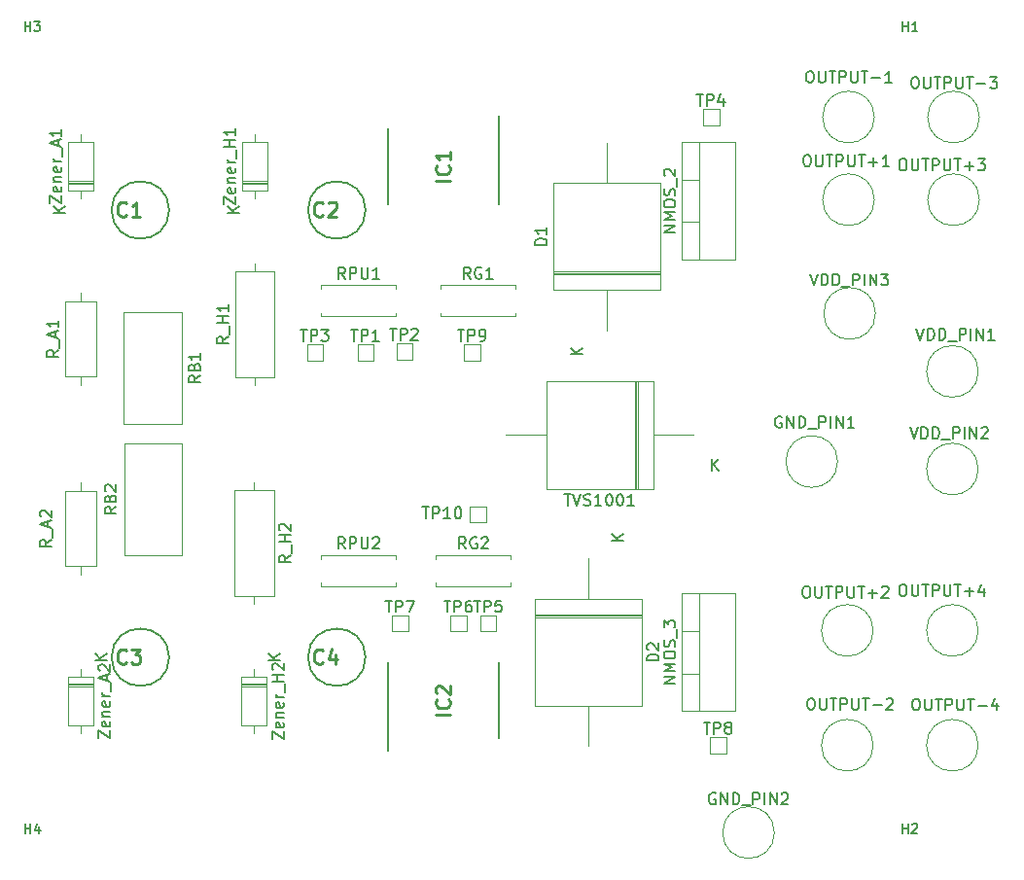
<source format=gbr>
%TF.GenerationSoftware,KiCad,Pcbnew,9.0.1*%
%TF.CreationDate,2025-06-15T17:03:02+03:00*%
%TF.ProjectId,pcb_no_div,7063625f-6e6f-45f6-9469-762e6b696361,rev?*%
%TF.SameCoordinates,Original*%
%TF.FileFunction,Legend,Top*%
%TF.FilePolarity,Positive*%
%FSLAX46Y46*%
G04 Gerber Fmt 4.6, Leading zero omitted, Abs format (unit mm)*
G04 Created by KiCad (PCBNEW 9.0.1) date 2025-06-15 17:03:02*
%MOMM*%
%LPD*%
G01*
G04 APERTURE LIST*
%ADD10C,0.150000*%
%ADD11C,0.254000*%
%ADD12C,0.152400*%
%ADD13C,0.120000*%
%ADD14C,0.200000*%
G04 APERTURE END LIST*
D10*
X47404819Y-79306190D02*
X46928628Y-79639523D01*
X47404819Y-79877618D02*
X46404819Y-79877618D01*
X46404819Y-79877618D02*
X46404819Y-79496666D01*
X46404819Y-79496666D02*
X46452438Y-79401428D01*
X46452438Y-79401428D02*
X46500057Y-79353809D01*
X46500057Y-79353809D02*
X46595295Y-79306190D01*
X46595295Y-79306190D02*
X46738152Y-79306190D01*
X46738152Y-79306190D02*
X46833390Y-79353809D01*
X46833390Y-79353809D02*
X46881009Y-79401428D01*
X46881009Y-79401428D02*
X46928628Y-79496666D01*
X46928628Y-79496666D02*
X46928628Y-79877618D01*
X47500057Y-79115714D02*
X47500057Y-78353809D01*
X47119104Y-78163332D02*
X47119104Y-77687142D01*
X47404819Y-78258570D02*
X46404819Y-77925237D01*
X46404819Y-77925237D02*
X47404819Y-77591904D01*
X46500057Y-77306189D02*
X46452438Y-77258570D01*
X46452438Y-77258570D02*
X46404819Y-77163332D01*
X46404819Y-77163332D02*
X46404819Y-76925237D01*
X46404819Y-76925237D02*
X46452438Y-76829999D01*
X46452438Y-76829999D02*
X46500057Y-76782380D01*
X46500057Y-76782380D02*
X46595295Y-76734761D01*
X46595295Y-76734761D02*
X46690533Y-76734761D01*
X46690533Y-76734761D02*
X46833390Y-76782380D01*
X46833390Y-76782380D02*
X47404819Y-77353808D01*
X47404819Y-77353808D02*
X47404819Y-76734761D01*
X62434819Y-50123333D02*
X62434819Y-49456667D01*
X62434819Y-49456667D02*
X63434819Y-50123333D01*
X63434819Y-50123333D02*
X63434819Y-49456667D01*
X63387200Y-48694762D02*
X63434819Y-48790000D01*
X63434819Y-48790000D02*
X63434819Y-48980476D01*
X63434819Y-48980476D02*
X63387200Y-49075714D01*
X63387200Y-49075714D02*
X63291961Y-49123333D01*
X63291961Y-49123333D02*
X62911009Y-49123333D01*
X62911009Y-49123333D02*
X62815771Y-49075714D01*
X62815771Y-49075714D02*
X62768152Y-48980476D01*
X62768152Y-48980476D02*
X62768152Y-48790000D01*
X62768152Y-48790000D02*
X62815771Y-48694762D01*
X62815771Y-48694762D02*
X62911009Y-48647143D01*
X62911009Y-48647143D02*
X63006247Y-48647143D01*
X63006247Y-48647143D02*
X63101485Y-49123333D01*
X62768152Y-48218571D02*
X63434819Y-48218571D01*
X62863390Y-48218571D02*
X62815771Y-48170952D01*
X62815771Y-48170952D02*
X62768152Y-48075714D01*
X62768152Y-48075714D02*
X62768152Y-47932857D01*
X62768152Y-47932857D02*
X62815771Y-47837619D01*
X62815771Y-47837619D02*
X62911009Y-47790000D01*
X62911009Y-47790000D02*
X63434819Y-47790000D01*
X63387200Y-46932857D02*
X63434819Y-47028095D01*
X63434819Y-47028095D02*
X63434819Y-47218571D01*
X63434819Y-47218571D02*
X63387200Y-47313809D01*
X63387200Y-47313809D02*
X63291961Y-47361428D01*
X63291961Y-47361428D02*
X62911009Y-47361428D01*
X62911009Y-47361428D02*
X62815771Y-47313809D01*
X62815771Y-47313809D02*
X62768152Y-47218571D01*
X62768152Y-47218571D02*
X62768152Y-47028095D01*
X62768152Y-47028095D02*
X62815771Y-46932857D01*
X62815771Y-46932857D02*
X62911009Y-46885238D01*
X62911009Y-46885238D02*
X63006247Y-46885238D01*
X63006247Y-46885238D02*
X63101485Y-47361428D01*
X63434819Y-46456666D02*
X62768152Y-46456666D01*
X62958628Y-46456666D02*
X62863390Y-46409047D01*
X62863390Y-46409047D02*
X62815771Y-46361428D01*
X62815771Y-46361428D02*
X62768152Y-46266190D01*
X62768152Y-46266190D02*
X62768152Y-46170952D01*
X63530057Y-46075714D02*
X63530057Y-45313809D01*
X63434819Y-45075713D02*
X62434819Y-45075713D01*
X62911009Y-45075713D02*
X62911009Y-44504285D01*
X63434819Y-44504285D02*
X62434819Y-44504285D01*
X63434819Y-43504285D02*
X63434819Y-44075713D01*
X63434819Y-43789999D02*
X62434819Y-43789999D01*
X62434819Y-43789999D02*
X62577676Y-43885237D01*
X62577676Y-43885237D02*
X62672914Y-43980475D01*
X62672914Y-43980475D02*
X62720533Y-44075713D01*
X63754819Y-50861904D02*
X62754819Y-50861904D01*
X63754819Y-50290476D02*
X63183390Y-50719047D01*
X62754819Y-50290476D02*
X63326247Y-50861904D01*
X104188095Y-95206819D02*
X104759523Y-95206819D01*
X104473809Y-96206819D02*
X104473809Y-95206819D01*
X105092857Y-96206819D02*
X105092857Y-95206819D01*
X105092857Y-95206819D02*
X105473809Y-95206819D01*
X105473809Y-95206819D02*
X105569047Y-95254438D01*
X105569047Y-95254438D02*
X105616666Y-95302057D01*
X105616666Y-95302057D02*
X105664285Y-95397295D01*
X105664285Y-95397295D02*
X105664285Y-95540152D01*
X105664285Y-95540152D02*
X105616666Y-95635390D01*
X105616666Y-95635390D02*
X105569047Y-95683009D01*
X105569047Y-95683009D02*
X105473809Y-95730628D01*
X105473809Y-95730628D02*
X105092857Y-95730628D01*
X106235714Y-95635390D02*
X106140476Y-95587771D01*
X106140476Y-95587771D02*
X106092857Y-95540152D01*
X106092857Y-95540152D02*
X106045238Y-95444914D01*
X106045238Y-95444914D02*
X106045238Y-95397295D01*
X106045238Y-95397295D02*
X106092857Y-95302057D01*
X106092857Y-95302057D02*
X106140476Y-95254438D01*
X106140476Y-95254438D02*
X106235714Y-95206819D01*
X106235714Y-95206819D02*
X106426190Y-95206819D01*
X106426190Y-95206819D02*
X106521428Y-95254438D01*
X106521428Y-95254438D02*
X106569047Y-95302057D01*
X106569047Y-95302057D02*
X106616666Y-95397295D01*
X106616666Y-95397295D02*
X106616666Y-95444914D01*
X106616666Y-95444914D02*
X106569047Y-95540152D01*
X106569047Y-95540152D02*
X106521428Y-95587771D01*
X106521428Y-95587771D02*
X106426190Y-95635390D01*
X106426190Y-95635390D02*
X106235714Y-95635390D01*
X106235714Y-95635390D02*
X106140476Y-95683009D01*
X106140476Y-95683009D02*
X106092857Y-95730628D01*
X106092857Y-95730628D02*
X106045238Y-95825866D01*
X106045238Y-95825866D02*
X106045238Y-96016342D01*
X106045238Y-96016342D02*
X106092857Y-96111580D01*
X106092857Y-96111580D02*
X106140476Y-96159200D01*
X106140476Y-96159200D02*
X106235714Y-96206819D01*
X106235714Y-96206819D02*
X106426190Y-96206819D01*
X106426190Y-96206819D02*
X106521428Y-96159200D01*
X106521428Y-96159200D02*
X106569047Y-96111580D01*
X106569047Y-96111580D02*
X106616666Y-96016342D01*
X106616666Y-96016342D02*
X106616666Y-95825866D01*
X106616666Y-95825866D02*
X106569047Y-95730628D01*
X106569047Y-95730628D02*
X106521428Y-95683009D01*
X106521428Y-95683009D02*
X106426190Y-95635390D01*
X83883333Y-56584819D02*
X83550000Y-56108628D01*
X83311905Y-56584819D02*
X83311905Y-55584819D01*
X83311905Y-55584819D02*
X83692857Y-55584819D01*
X83692857Y-55584819D02*
X83788095Y-55632438D01*
X83788095Y-55632438D02*
X83835714Y-55680057D01*
X83835714Y-55680057D02*
X83883333Y-55775295D01*
X83883333Y-55775295D02*
X83883333Y-55918152D01*
X83883333Y-55918152D02*
X83835714Y-56013390D01*
X83835714Y-56013390D02*
X83788095Y-56061009D01*
X83788095Y-56061009D02*
X83692857Y-56108628D01*
X83692857Y-56108628D02*
X83311905Y-56108628D01*
X84835714Y-55632438D02*
X84740476Y-55584819D01*
X84740476Y-55584819D02*
X84597619Y-55584819D01*
X84597619Y-55584819D02*
X84454762Y-55632438D01*
X84454762Y-55632438D02*
X84359524Y-55727676D01*
X84359524Y-55727676D02*
X84311905Y-55822914D01*
X84311905Y-55822914D02*
X84264286Y-56013390D01*
X84264286Y-56013390D02*
X84264286Y-56156247D01*
X84264286Y-56156247D02*
X84311905Y-56346723D01*
X84311905Y-56346723D02*
X84359524Y-56441961D01*
X84359524Y-56441961D02*
X84454762Y-56537200D01*
X84454762Y-56537200D02*
X84597619Y-56584819D01*
X84597619Y-56584819D02*
X84692857Y-56584819D01*
X84692857Y-56584819D02*
X84835714Y-56537200D01*
X84835714Y-56537200D02*
X84883333Y-56489580D01*
X84883333Y-56489580D02*
X84883333Y-56156247D01*
X84883333Y-56156247D02*
X84692857Y-56156247D01*
X85835714Y-56584819D02*
X85264286Y-56584819D01*
X85550000Y-56584819D02*
X85550000Y-55584819D01*
X85550000Y-55584819D02*
X85454762Y-55727676D01*
X85454762Y-55727676D02*
X85359524Y-55822914D01*
X85359524Y-55822914D02*
X85264286Y-55870533D01*
D11*
X71038333Y-51053365D02*
X70977857Y-51113842D01*
X70977857Y-51113842D02*
X70796428Y-51174318D01*
X70796428Y-51174318D02*
X70675476Y-51174318D01*
X70675476Y-51174318D02*
X70494047Y-51113842D01*
X70494047Y-51113842D02*
X70373095Y-50992889D01*
X70373095Y-50992889D02*
X70312618Y-50871937D01*
X70312618Y-50871937D02*
X70252142Y-50630032D01*
X70252142Y-50630032D02*
X70252142Y-50448603D01*
X70252142Y-50448603D02*
X70312618Y-50206699D01*
X70312618Y-50206699D02*
X70373095Y-50085746D01*
X70373095Y-50085746D02*
X70494047Y-49964794D01*
X70494047Y-49964794D02*
X70675476Y-49904318D01*
X70675476Y-49904318D02*
X70796428Y-49904318D01*
X70796428Y-49904318D02*
X70977857Y-49964794D01*
X70977857Y-49964794D02*
X71038333Y-50025270D01*
X71522142Y-50025270D02*
X71582618Y-49964794D01*
X71582618Y-49964794D02*
X71703571Y-49904318D01*
X71703571Y-49904318D02*
X72005952Y-49904318D01*
X72005952Y-49904318D02*
X72126904Y-49964794D01*
X72126904Y-49964794D02*
X72187380Y-50025270D01*
X72187380Y-50025270D02*
X72247857Y-50146222D01*
X72247857Y-50146222D02*
X72247857Y-50267175D01*
X72247857Y-50267175D02*
X72187380Y-50448603D01*
X72187380Y-50448603D02*
X71461666Y-51174318D01*
X71461666Y-51174318D02*
X72247857Y-51174318D01*
D10*
X66624819Y-96683333D02*
X66624819Y-96016667D01*
X66624819Y-96016667D02*
X67624819Y-96683333D01*
X67624819Y-96683333D02*
X67624819Y-96016667D01*
X67577200Y-95254762D02*
X67624819Y-95350000D01*
X67624819Y-95350000D02*
X67624819Y-95540476D01*
X67624819Y-95540476D02*
X67577200Y-95635714D01*
X67577200Y-95635714D02*
X67481961Y-95683333D01*
X67481961Y-95683333D02*
X67101009Y-95683333D01*
X67101009Y-95683333D02*
X67005771Y-95635714D01*
X67005771Y-95635714D02*
X66958152Y-95540476D01*
X66958152Y-95540476D02*
X66958152Y-95350000D01*
X66958152Y-95350000D02*
X67005771Y-95254762D01*
X67005771Y-95254762D02*
X67101009Y-95207143D01*
X67101009Y-95207143D02*
X67196247Y-95207143D01*
X67196247Y-95207143D02*
X67291485Y-95683333D01*
X66958152Y-94778571D02*
X67624819Y-94778571D01*
X67053390Y-94778571D02*
X67005771Y-94730952D01*
X67005771Y-94730952D02*
X66958152Y-94635714D01*
X66958152Y-94635714D02*
X66958152Y-94492857D01*
X66958152Y-94492857D02*
X67005771Y-94397619D01*
X67005771Y-94397619D02*
X67101009Y-94350000D01*
X67101009Y-94350000D02*
X67624819Y-94350000D01*
X67577200Y-93492857D02*
X67624819Y-93588095D01*
X67624819Y-93588095D02*
X67624819Y-93778571D01*
X67624819Y-93778571D02*
X67577200Y-93873809D01*
X67577200Y-93873809D02*
X67481961Y-93921428D01*
X67481961Y-93921428D02*
X67101009Y-93921428D01*
X67101009Y-93921428D02*
X67005771Y-93873809D01*
X67005771Y-93873809D02*
X66958152Y-93778571D01*
X66958152Y-93778571D02*
X66958152Y-93588095D01*
X66958152Y-93588095D02*
X67005771Y-93492857D01*
X67005771Y-93492857D02*
X67101009Y-93445238D01*
X67101009Y-93445238D02*
X67196247Y-93445238D01*
X67196247Y-93445238D02*
X67291485Y-93921428D01*
X67624819Y-93016666D02*
X66958152Y-93016666D01*
X67148628Y-93016666D02*
X67053390Y-92969047D01*
X67053390Y-92969047D02*
X67005771Y-92921428D01*
X67005771Y-92921428D02*
X66958152Y-92826190D01*
X66958152Y-92826190D02*
X66958152Y-92730952D01*
X67720057Y-92635714D02*
X67720057Y-91873809D01*
X67624819Y-91635713D02*
X66624819Y-91635713D01*
X67101009Y-91635713D02*
X67101009Y-91064285D01*
X67624819Y-91064285D02*
X66624819Y-91064285D01*
X66720057Y-90635713D02*
X66672438Y-90588094D01*
X66672438Y-90588094D02*
X66624819Y-90492856D01*
X66624819Y-90492856D02*
X66624819Y-90254761D01*
X66624819Y-90254761D02*
X66672438Y-90159523D01*
X66672438Y-90159523D02*
X66720057Y-90111904D01*
X66720057Y-90111904D02*
X66815295Y-90064285D01*
X66815295Y-90064285D02*
X66910533Y-90064285D01*
X66910533Y-90064285D02*
X67053390Y-90111904D01*
X67053390Y-90111904D02*
X67624819Y-90683332D01*
X67624819Y-90683332D02*
X67624819Y-90064285D01*
X67304819Y-89801904D02*
X66304819Y-89801904D01*
X67304819Y-89230476D02*
X66733390Y-89659047D01*
X66304819Y-89230476D02*
X66876247Y-89801904D01*
X121450000Y-46154819D02*
X121640476Y-46154819D01*
X121640476Y-46154819D02*
X121735714Y-46202438D01*
X121735714Y-46202438D02*
X121830952Y-46297676D01*
X121830952Y-46297676D02*
X121878571Y-46488152D01*
X121878571Y-46488152D02*
X121878571Y-46821485D01*
X121878571Y-46821485D02*
X121830952Y-47011961D01*
X121830952Y-47011961D02*
X121735714Y-47107200D01*
X121735714Y-47107200D02*
X121640476Y-47154819D01*
X121640476Y-47154819D02*
X121450000Y-47154819D01*
X121450000Y-47154819D02*
X121354762Y-47107200D01*
X121354762Y-47107200D02*
X121259524Y-47011961D01*
X121259524Y-47011961D02*
X121211905Y-46821485D01*
X121211905Y-46821485D02*
X121211905Y-46488152D01*
X121211905Y-46488152D02*
X121259524Y-46297676D01*
X121259524Y-46297676D02*
X121354762Y-46202438D01*
X121354762Y-46202438D02*
X121450000Y-46154819D01*
X122307143Y-46154819D02*
X122307143Y-46964342D01*
X122307143Y-46964342D02*
X122354762Y-47059580D01*
X122354762Y-47059580D02*
X122402381Y-47107200D01*
X122402381Y-47107200D02*
X122497619Y-47154819D01*
X122497619Y-47154819D02*
X122688095Y-47154819D01*
X122688095Y-47154819D02*
X122783333Y-47107200D01*
X122783333Y-47107200D02*
X122830952Y-47059580D01*
X122830952Y-47059580D02*
X122878571Y-46964342D01*
X122878571Y-46964342D02*
X122878571Y-46154819D01*
X123211905Y-46154819D02*
X123783333Y-46154819D01*
X123497619Y-47154819D02*
X123497619Y-46154819D01*
X124116667Y-47154819D02*
X124116667Y-46154819D01*
X124116667Y-46154819D02*
X124497619Y-46154819D01*
X124497619Y-46154819D02*
X124592857Y-46202438D01*
X124592857Y-46202438D02*
X124640476Y-46250057D01*
X124640476Y-46250057D02*
X124688095Y-46345295D01*
X124688095Y-46345295D02*
X124688095Y-46488152D01*
X124688095Y-46488152D02*
X124640476Y-46583390D01*
X124640476Y-46583390D02*
X124592857Y-46631009D01*
X124592857Y-46631009D02*
X124497619Y-46678628D01*
X124497619Y-46678628D02*
X124116667Y-46678628D01*
X125116667Y-46154819D02*
X125116667Y-46964342D01*
X125116667Y-46964342D02*
X125164286Y-47059580D01*
X125164286Y-47059580D02*
X125211905Y-47107200D01*
X125211905Y-47107200D02*
X125307143Y-47154819D01*
X125307143Y-47154819D02*
X125497619Y-47154819D01*
X125497619Y-47154819D02*
X125592857Y-47107200D01*
X125592857Y-47107200D02*
X125640476Y-47059580D01*
X125640476Y-47059580D02*
X125688095Y-46964342D01*
X125688095Y-46964342D02*
X125688095Y-46154819D01*
X126021429Y-46154819D02*
X126592857Y-46154819D01*
X126307143Y-47154819D02*
X126307143Y-46154819D01*
X126926191Y-46773866D02*
X127688096Y-46773866D01*
X127307143Y-47154819D02*
X127307143Y-46392914D01*
X128069048Y-46154819D02*
X128688095Y-46154819D01*
X128688095Y-46154819D02*
X128354762Y-46535771D01*
X128354762Y-46535771D02*
X128497619Y-46535771D01*
X128497619Y-46535771D02*
X128592857Y-46583390D01*
X128592857Y-46583390D02*
X128640476Y-46631009D01*
X128640476Y-46631009D02*
X128688095Y-46726247D01*
X128688095Y-46726247D02*
X128688095Y-46964342D01*
X128688095Y-46964342D02*
X128640476Y-47059580D01*
X128640476Y-47059580D02*
X128592857Y-47107200D01*
X128592857Y-47107200D02*
X128497619Y-47154819D01*
X128497619Y-47154819D02*
X128211905Y-47154819D01*
X128211905Y-47154819D02*
X128116667Y-47107200D01*
X128116667Y-47107200D02*
X128069048Y-47059580D01*
X103588095Y-40506819D02*
X104159523Y-40506819D01*
X103873809Y-41506819D02*
X103873809Y-40506819D01*
X104492857Y-41506819D02*
X104492857Y-40506819D01*
X104492857Y-40506819D02*
X104873809Y-40506819D01*
X104873809Y-40506819D02*
X104969047Y-40554438D01*
X104969047Y-40554438D02*
X105016666Y-40602057D01*
X105016666Y-40602057D02*
X105064285Y-40697295D01*
X105064285Y-40697295D02*
X105064285Y-40840152D01*
X105064285Y-40840152D02*
X105016666Y-40935390D01*
X105016666Y-40935390D02*
X104969047Y-40983009D01*
X104969047Y-40983009D02*
X104873809Y-41030628D01*
X104873809Y-41030628D02*
X104492857Y-41030628D01*
X105921428Y-40840152D02*
X105921428Y-41506819D01*
X105683333Y-40459200D02*
X105445238Y-41173485D01*
X105445238Y-41173485D02*
X106064285Y-41173485D01*
X79711905Y-76456819D02*
X80283333Y-76456819D01*
X79997619Y-77456819D02*
X79997619Y-76456819D01*
X80616667Y-77456819D02*
X80616667Y-76456819D01*
X80616667Y-76456819D02*
X80997619Y-76456819D01*
X80997619Y-76456819D02*
X81092857Y-76504438D01*
X81092857Y-76504438D02*
X81140476Y-76552057D01*
X81140476Y-76552057D02*
X81188095Y-76647295D01*
X81188095Y-76647295D02*
X81188095Y-76790152D01*
X81188095Y-76790152D02*
X81140476Y-76885390D01*
X81140476Y-76885390D02*
X81092857Y-76933009D01*
X81092857Y-76933009D02*
X80997619Y-76980628D01*
X80997619Y-76980628D02*
X80616667Y-76980628D01*
X82140476Y-77456819D02*
X81569048Y-77456819D01*
X81854762Y-77456819D02*
X81854762Y-76456819D01*
X81854762Y-76456819D02*
X81759524Y-76599676D01*
X81759524Y-76599676D02*
X81664286Y-76694914D01*
X81664286Y-76694914D02*
X81569048Y-76742533D01*
X82759524Y-76456819D02*
X82854762Y-76456819D01*
X82854762Y-76456819D02*
X82950000Y-76504438D01*
X82950000Y-76504438D02*
X82997619Y-76552057D01*
X82997619Y-76552057D02*
X83045238Y-76647295D01*
X83045238Y-76647295D02*
X83092857Y-76837771D01*
X83092857Y-76837771D02*
X83092857Y-77075866D01*
X83092857Y-77075866D02*
X83045238Y-77266342D01*
X83045238Y-77266342D02*
X82997619Y-77361580D01*
X82997619Y-77361580D02*
X82950000Y-77409200D01*
X82950000Y-77409200D02*
X82854762Y-77456819D01*
X82854762Y-77456819D02*
X82759524Y-77456819D01*
X82759524Y-77456819D02*
X82664286Y-77409200D01*
X82664286Y-77409200D02*
X82616667Y-77361580D01*
X82616667Y-77361580D02*
X82569048Y-77266342D01*
X82569048Y-77266342D02*
X82521429Y-77075866D01*
X82521429Y-77075866D02*
X82521429Y-76837771D01*
X82521429Y-76837771D02*
X82569048Y-76647295D01*
X82569048Y-76647295D02*
X82616667Y-76552057D01*
X82616667Y-76552057D02*
X82664286Y-76504438D01*
X82664286Y-76504438D02*
X82759524Y-76456819D01*
X113450000Y-93104819D02*
X113640476Y-93104819D01*
X113640476Y-93104819D02*
X113735714Y-93152438D01*
X113735714Y-93152438D02*
X113830952Y-93247676D01*
X113830952Y-93247676D02*
X113878571Y-93438152D01*
X113878571Y-93438152D02*
X113878571Y-93771485D01*
X113878571Y-93771485D02*
X113830952Y-93961961D01*
X113830952Y-93961961D02*
X113735714Y-94057200D01*
X113735714Y-94057200D02*
X113640476Y-94104819D01*
X113640476Y-94104819D02*
X113450000Y-94104819D01*
X113450000Y-94104819D02*
X113354762Y-94057200D01*
X113354762Y-94057200D02*
X113259524Y-93961961D01*
X113259524Y-93961961D02*
X113211905Y-93771485D01*
X113211905Y-93771485D02*
X113211905Y-93438152D01*
X113211905Y-93438152D02*
X113259524Y-93247676D01*
X113259524Y-93247676D02*
X113354762Y-93152438D01*
X113354762Y-93152438D02*
X113450000Y-93104819D01*
X114307143Y-93104819D02*
X114307143Y-93914342D01*
X114307143Y-93914342D02*
X114354762Y-94009580D01*
X114354762Y-94009580D02*
X114402381Y-94057200D01*
X114402381Y-94057200D02*
X114497619Y-94104819D01*
X114497619Y-94104819D02*
X114688095Y-94104819D01*
X114688095Y-94104819D02*
X114783333Y-94057200D01*
X114783333Y-94057200D02*
X114830952Y-94009580D01*
X114830952Y-94009580D02*
X114878571Y-93914342D01*
X114878571Y-93914342D02*
X114878571Y-93104819D01*
X115211905Y-93104819D02*
X115783333Y-93104819D01*
X115497619Y-94104819D02*
X115497619Y-93104819D01*
X116116667Y-94104819D02*
X116116667Y-93104819D01*
X116116667Y-93104819D02*
X116497619Y-93104819D01*
X116497619Y-93104819D02*
X116592857Y-93152438D01*
X116592857Y-93152438D02*
X116640476Y-93200057D01*
X116640476Y-93200057D02*
X116688095Y-93295295D01*
X116688095Y-93295295D02*
X116688095Y-93438152D01*
X116688095Y-93438152D02*
X116640476Y-93533390D01*
X116640476Y-93533390D02*
X116592857Y-93581009D01*
X116592857Y-93581009D02*
X116497619Y-93628628D01*
X116497619Y-93628628D02*
X116116667Y-93628628D01*
X117116667Y-93104819D02*
X117116667Y-93914342D01*
X117116667Y-93914342D02*
X117164286Y-94009580D01*
X117164286Y-94009580D02*
X117211905Y-94057200D01*
X117211905Y-94057200D02*
X117307143Y-94104819D01*
X117307143Y-94104819D02*
X117497619Y-94104819D01*
X117497619Y-94104819D02*
X117592857Y-94057200D01*
X117592857Y-94057200D02*
X117640476Y-94009580D01*
X117640476Y-94009580D02*
X117688095Y-93914342D01*
X117688095Y-93914342D02*
X117688095Y-93104819D01*
X118021429Y-93104819D02*
X118592857Y-93104819D01*
X118307143Y-94104819D02*
X118307143Y-93104819D01*
X118926191Y-93723866D02*
X119688096Y-93723866D01*
X120116667Y-93200057D02*
X120164286Y-93152438D01*
X120164286Y-93152438D02*
X120259524Y-93104819D01*
X120259524Y-93104819D02*
X120497619Y-93104819D01*
X120497619Y-93104819D02*
X120592857Y-93152438D01*
X120592857Y-93152438D02*
X120640476Y-93200057D01*
X120640476Y-93200057D02*
X120688095Y-93295295D01*
X120688095Y-93295295D02*
X120688095Y-93390533D01*
X120688095Y-93390533D02*
X120640476Y-93533390D01*
X120640476Y-93533390D02*
X120069048Y-94104819D01*
X120069048Y-94104819D02*
X120688095Y-94104819D01*
D11*
X71038333Y-89993365D02*
X70977857Y-90053842D01*
X70977857Y-90053842D02*
X70796428Y-90114318D01*
X70796428Y-90114318D02*
X70675476Y-90114318D01*
X70675476Y-90114318D02*
X70494047Y-90053842D01*
X70494047Y-90053842D02*
X70373095Y-89932889D01*
X70373095Y-89932889D02*
X70312618Y-89811937D01*
X70312618Y-89811937D02*
X70252142Y-89570032D01*
X70252142Y-89570032D02*
X70252142Y-89388603D01*
X70252142Y-89388603D02*
X70312618Y-89146699D01*
X70312618Y-89146699D02*
X70373095Y-89025746D01*
X70373095Y-89025746D02*
X70494047Y-88904794D01*
X70494047Y-88904794D02*
X70675476Y-88844318D01*
X70675476Y-88844318D02*
X70796428Y-88844318D01*
X70796428Y-88844318D02*
X70977857Y-88904794D01*
X70977857Y-88904794D02*
X71038333Y-88965270D01*
X72126904Y-89267651D02*
X72126904Y-90114318D01*
X71824523Y-88783842D02*
X71522142Y-89690984D01*
X71522142Y-89690984D02*
X72308333Y-89690984D01*
D10*
X122697619Y-60904819D02*
X123030952Y-61904819D01*
X123030952Y-61904819D02*
X123364285Y-60904819D01*
X123697619Y-61904819D02*
X123697619Y-60904819D01*
X123697619Y-60904819D02*
X123935714Y-60904819D01*
X123935714Y-60904819D02*
X124078571Y-60952438D01*
X124078571Y-60952438D02*
X124173809Y-61047676D01*
X124173809Y-61047676D02*
X124221428Y-61142914D01*
X124221428Y-61142914D02*
X124269047Y-61333390D01*
X124269047Y-61333390D02*
X124269047Y-61476247D01*
X124269047Y-61476247D02*
X124221428Y-61666723D01*
X124221428Y-61666723D02*
X124173809Y-61761961D01*
X124173809Y-61761961D02*
X124078571Y-61857200D01*
X124078571Y-61857200D02*
X123935714Y-61904819D01*
X123935714Y-61904819D02*
X123697619Y-61904819D01*
X124697619Y-61904819D02*
X124697619Y-60904819D01*
X124697619Y-60904819D02*
X124935714Y-60904819D01*
X124935714Y-60904819D02*
X125078571Y-60952438D01*
X125078571Y-60952438D02*
X125173809Y-61047676D01*
X125173809Y-61047676D02*
X125221428Y-61142914D01*
X125221428Y-61142914D02*
X125269047Y-61333390D01*
X125269047Y-61333390D02*
X125269047Y-61476247D01*
X125269047Y-61476247D02*
X125221428Y-61666723D01*
X125221428Y-61666723D02*
X125173809Y-61761961D01*
X125173809Y-61761961D02*
X125078571Y-61857200D01*
X125078571Y-61857200D02*
X124935714Y-61904819D01*
X124935714Y-61904819D02*
X124697619Y-61904819D01*
X125459524Y-62000057D02*
X126221428Y-62000057D01*
X126459524Y-61904819D02*
X126459524Y-60904819D01*
X126459524Y-60904819D02*
X126840476Y-60904819D01*
X126840476Y-60904819D02*
X126935714Y-60952438D01*
X126935714Y-60952438D02*
X126983333Y-61000057D01*
X126983333Y-61000057D02*
X127030952Y-61095295D01*
X127030952Y-61095295D02*
X127030952Y-61238152D01*
X127030952Y-61238152D02*
X126983333Y-61333390D01*
X126983333Y-61333390D02*
X126935714Y-61381009D01*
X126935714Y-61381009D02*
X126840476Y-61428628D01*
X126840476Y-61428628D02*
X126459524Y-61428628D01*
X127459524Y-61904819D02*
X127459524Y-60904819D01*
X127935714Y-61904819D02*
X127935714Y-60904819D01*
X127935714Y-60904819D02*
X128507142Y-61904819D01*
X128507142Y-61904819D02*
X128507142Y-60904819D01*
X129507142Y-61904819D02*
X128935714Y-61904819D01*
X129221428Y-61904819D02*
X129221428Y-60904819D01*
X129221428Y-60904819D02*
X129126190Y-61047676D01*
X129126190Y-61047676D02*
X129030952Y-61142914D01*
X129030952Y-61142914D02*
X128935714Y-61190533D01*
X73488095Y-61006819D02*
X74059523Y-61006819D01*
X73773809Y-62006819D02*
X73773809Y-61006819D01*
X74392857Y-62006819D02*
X74392857Y-61006819D01*
X74392857Y-61006819D02*
X74773809Y-61006819D01*
X74773809Y-61006819D02*
X74869047Y-61054438D01*
X74869047Y-61054438D02*
X74916666Y-61102057D01*
X74916666Y-61102057D02*
X74964285Y-61197295D01*
X74964285Y-61197295D02*
X74964285Y-61340152D01*
X74964285Y-61340152D02*
X74916666Y-61435390D01*
X74916666Y-61435390D02*
X74869047Y-61483009D01*
X74869047Y-61483009D02*
X74773809Y-61530628D01*
X74773809Y-61530628D02*
X74392857Y-61530628D01*
X75916666Y-62006819D02*
X75345238Y-62006819D01*
X75630952Y-62006819D02*
X75630952Y-61006819D01*
X75630952Y-61006819D02*
X75535714Y-61149676D01*
X75535714Y-61149676D02*
X75440476Y-61244914D01*
X75440476Y-61244914D02*
X75345238Y-61292533D01*
X68224819Y-80671428D02*
X67748628Y-81004761D01*
X68224819Y-81242856D02*
X67224819Y-81242856D01*
X67224819Y-81242856D02*
X67224819Y-80861904D01*
X67224819Y-80861904D02*
X67272438Y-80766666D01*
X67272438Y-80766666D02*
X67320057Y-80719047D01*
X67320057Y-80719047D02*
X67415295Y-80671428D01*
X67415295Y-80671428D02*
X67558152Y-80671428D01*
X67558152Y-80671428D02*
X67653390Y-80719047D01*
X67653390Y-80719047D02*
X67701009Y-80766666D01*
X67701009Y-80766666D02*
X67748628Y-80861904D01*
X67748628Y-80861904D02*
X67748628Y-81242856D01*
X68320057Y-80480952D02*
X68320057Y-79719047D01*
X68224819Y-79480951D02*
X67224819Y-79480951D01*
X67701009Y-79480951D02*
X67701009Y-78909523D01*
X68224819Y-78909523D02*
X67224819Y-78909523D01*
X67320057Y-78480951D02*
X67272438Y-78433332D01*
X67272438Y-78433332D02*
X67224819Y-78338094D01*
X67224819Y-78338094D02*
X67224819Y-78099999D01*
X67224819Y-78099999D02*
X67272438Y-78004761D01*
X67272438Y-78004761D02*
X67320057Y-77957142D01*
X67320057Y-77957142D02*
X67415295Y-77909523D01*
X67415295Y-77909523D02*
X67510533Y-77909523D01*
X67510533Y-77909523D02*
X67653390Y-77957142D01*
X67653390Y-77957142D02*
X68224819Y-78528570D01*
X68224819Y-78528570D02*
X68224819Y-77909523D01*
X113350000Y-38504819D02*
X113540476Y-38504819D01*
X113540476Y-38504819D02*
X113635714Y-38552438D01*
X113635714Y-38552438D02*
X113730952Y-38647676D01*
X113730952Y-38647676D02*
X113778571Y-38838152D01*
X113778571Y-38838152D02*
X113778571Y-39171485D01*
X113778571Y-39171485D02*
X113730952Y-39361961D01*
X113730952Y-39361961D02*
X113635714Y-39457200D01*
X113635714Y-39457200D02*
X113540476Y-39504819D01*
X113540476Y-39504819D02*
X113350000Y-39504819D01*
X113350000Y-39504819D02*
X113254762Y-39457200D01*
X113254762Y-39457200D02*
X113159524Y-39361961D01*
X113159524Y-39361961D02*
X113111905Y-39171485D01*
X113111905Y-39171485D02*
X113111905Y-38838152D01*
X113111905Y-38838152D02*
X113159524Y-38647676D01*
X113159524Y-38647676D02*
X113254762Y-38552438D01*
X113254762Y-38552438D02*
X113350000Y-38504819D01*
X114207143Y-38504819D02*
X114207143Y-39314342D01*
X114207143Y-39314342D02*
X114254762Y-39409580D01*
X114254762Y-39409580D02*
X114302381Y-39457200D01*
X114302381Y-39457200D02*
X114397619Y-39504819D01*
X114397619Y-39504819D02*
X114588095Y-39504819D01*
X114588095Y-39504819D02*
X114683333Y-39457200D01*
X114683333Y-39457200D02*
X114730952Y-39409580D01*
X114730952Y-39409580D02*
X114778571Y-39314342D01*
X114778571Y-39314342D02*
X114778571Y-38504819D01*
X115111905Y-38504819D02*
X115683333Y-38504819D01*
X115397619Y-39504819D02*
X115397619Y-38504819D01*
X116016667Y-39504819D02*
X116016667Y-38504819D01*
X116016667Y-38504819D02*
X116397619Y-38504819D01*
X116397619Y-38504819D02*
X116492857Y-38552438D01*
X116492857Y-38552438D02*
X116540476Y-38600057D01*
X116540476Y-38600057D02*
X116588095Y-38695295D01*
X116588095Y-38695295D02*
X116588095Y-38838152D01*
X116588095Y-38838152D02*
X116540476Y-38933390D01*
X116540476Y-38933390D02*
X116492857Y-38981009D01*
X116492857Y-38981009D02*
X116397619Y-39028628D01*
X116397619Y-39028628D02*
X116016667Y-39028628D01*
X117016667Y-38504819D02*
X117016667Y-39314342D01*
X117016667Y-39314342D02*
X117064286Y-39409580D01*
X117064286Y-39409580D02*
X117111905Y-39457200D01*
X117111905Y-39457200D02*
X117207143Y-39504819D01*
X117207143Y-39504819D02*
X117397619Y-39504819D01*
X117397619Y-39504819D02*
X117492857Y-39457200D01*
X117492857Y-39457200D02*
X117540476Y-39409580D01*
X117540476Y-39409580D02*
X117588095Y-39314342D01*
X117588095Y-39314342D02*
X117588095Y-38504819D01*
X117921429Y-38504819D02*
X118492857Y-38504819D01*
X118207143Y-39504819D02*
X118207143Y-38504819D01*
X118826191Y-39123866D02*
X119588096Y-39123866D01*
X120588095Y-39504819D02*
X120016667Y-39504819D01*
X120302381Y-39504819D02*
X120302381Y-38504819D01*
X120302381Y-38504819D02*
X120207143Y-38647676D01*
X120207143Y-38647676D02*
X120111905Y-38742914D01*
X120111905Y-38742914D02*
X120016667Y-38790533D01*
X113447619Y-56156819D02*
X113780952Y-57156819D01*
X113780952Y-57156819D02*
X114114285Y-56156819D01*
X114447619Y-57156819D02*
X114447619Y-56156819D01*
X114447619Y-56156819D02*
X114685714Y-56156819D01*
X114685714Y-56156819D02*
X114828571Y-56204438D01*
X114828571Y-56204438D02*
X114923809Y-56299676D01*
X114923809Y-56299676D02*
X114971428Y-56394914D01*
X114971428Y-56394914D02*
X115019047Y-56585390D01*
X115019047Y-56585390D02*
X115019047Y-56728247D01*
X115019047Y-56728247D02*
X114971428Y-56918723D01*
X114971428Y-56918723D02*
X114923809Y-57013961D01*
X114923809Y-57013961D02*
X114828571Y-57109200D01*
X114828571Y-57109200D02*
X114685714Y-57156819D01*
X114685714Y-57156819D02*
X114447619Y-57156819D01*
X115447619Y-57156819D02*
X115447619Y-56156819D01*
X115447619Y-56156819D02*
X115685714Y-56156819D01*
X115685714Y-56156819D02*
X115828571Y-56204438D01*
X115828571Y-56204438D02*
X115923809Y-56299676D01*
X115923809Y-56299676D02*
X115971428Y-56394914D01*
X115971428Y-56394914D02*
X116019047Y-56585390D01*
X116019047Y-56585390D02*
X116019047Y-56728247D01*
X116019047Y-56728247D02*
X115971428Y-56918723D01*
X115971428Y-56918723D02*
X115923809Y-57013961D01*
X115923809Y-57013961D02*
X115828571Y-57109200D01*
X115828571Y-57109200D02*
X115685714Y-57156819D01*
X115685714Y-57156819D02*
X115447619Y-57156819D01*
X116209524Y-57252057D02*
X116971428Y-57252057D01*
X117209524Y-57156819D02*
X117209524Y-56156819D01*
X117209524Y-56156819D02*
X117590476Y-56156819D01*
X117590476Y-56156819D02*
X117685714Y-56204438D01*
X117685714Y-56204438D02*
X117733333Y-56252057D01*
X117733333Y-56252057D02*
X117780952Y-56347295D01*
X117780952Y-56347295D02*
X117780952Y-56490152D01*
X117780952Y-56490152D02*
X117733333Y-56585390D01*
X117733333Y-56585390D02*
X117685714Y-56633009D01*
X117685714Y-56633009D02*
X117590476Y-56680628D01*
X117590476Y-56680628D02*
X117209524Y-56680628D01*
X118209524Y-57156819D02*
X118209524Y-56156819D01*
X118685714Y-57156819D02*
X118685714Y-56156819D01*
X118685714Y-56156819D02*
X119257142Y-57156819D01*
X119257142Y-57156819D02*
X119257142Y-56156819D01*
X119638095Y-56156819D02*
X120257142Y-56156819D01*
X120257142Y-56156819D02*
X119923809Y-56537771D01*
X119923809Y-56537771D02*
X120066666Y-56537771D01*
X120066666Y-56537771D02*
X120161904Y-56585390D01*
X120161904Y-56585390D02*
X120209523Y-56633009D01*
X120209523Y-56633009D02*
X120257142Y-56728247D01*
X120257142Y-56728247D02*
X120257142Y-56966342D01*
X120257142Y-56966342D02*
X120209523Y-57061580D01*
X120209523Y-57061580D02*
X120161904Y-57109200D01*
X120161904Y-57109200D02*
X120066666Y-57156819D01*
X120066666Y-57156819D02*
X119780952Y-57156819D01*
X119780952Y-57156819D02*
X119685714Y-57109200D01*
X119685714Y-57109200D02*
X119638095Y-57061580D01*
X110969047Y-68602438D02*
X110873809Y-68554819D01*
X110873809Y-68554819D02*
X110730952Y-68554819D01*
X110730952Y-68554819D02*
X110588095Y-68602438D01*
X110588095Y-68602438D02*
X110492857Y-68697676D01*
X110492857Y-68697676D02*
X110445238Y-68792914D01*
X110445238Y-68792914D02*
X110397619Y-68983390D01*
X110397619Y-68983390D02*
X110397619Y-69126247D01*
X110397619Y-69126247D02*
X110445238Y-69316723D01*
X110445238Y-69316723D02*
X110492857Y-69411961D01*
X110492857Y-69411961D02*
X110588095Y-69507200D01*
X110588095Y-69507200D02*
X110730952Y-69554819D01*
X110730952Y-69554819D02*
X110826190Y-69554819D01*
X110826190Y-69554819D02*
X110969047Y-69507200D01*
X110969047Y-69507200D02*
X111016666Y-69459580D01*
X111016666Y-69459580D02*
X111016666Y-69126247D01*
X111016666Y-69126247D02*
X110826190Y-69126247D01*
X111445238Y-69554819D02*
X111445238Y-68554819D01*
X111445238Y-68554819D02*
X112016666Y-69554819D01*
X112016666Y-69554819D02*
X112016666Y-68554819D01*
X112492857Y-69554819D02*
X112492857Y-68554819D01*
X112492857Y-68554819D02*
X112730952Y-68554819D01*
X112730952Y-68554819D02*
X112873809Y-68602438D01*
X112873809Y-68602438D02*
X112969047Y-68697676D01*
X112969047Y-68697676D02*
X113016666Y-68792914D01*
X113016666Y-68792914D02*
X113064285Y-68983390D01*
X113064285Y-68983390D02*
X113064285Y-69126247D01*
X113064285Y-69126247D02*
X113016666Y-69316723D01*
X113016666Y-69316723D02*
X112969047Y-69411961D01*
X112969047Y-69411961D02*
X112873809Y-69507200D01*
X112873809Y-69507200D02*
X112730952Y-69554819D01*
X112730952Y-69554819D02*
X112492857Y-69554819D01*
X113254762Y-69650057D02*
X114016666Y-69650057D01*
X114254762Y-69554819D02*
X114254762Y-68554819D01*
X114254762Y-68554819D02*
X114635714Y-68554819D01*
X114635714Y-68554819D02*
X114730952Y-68602438D01*
X114730952Y-68602438D02*
X114778571Y-68650057D01*
X114778571Y-68650057D02*
X114826190Y-68745295D01*
X114826190Y-68745295D02*
X114826190Y-68888152D01*
X114826190Y-68888152D02*
X114778571Y-68983390D01*
X114778571Y-68983390D02*
X114730952Y-69031009D01*
X114730952Y-69031009D02*
X114635714Y-69078628D01*
X114635714Y-69078628D02*
X114254762Y-69078628D01*
X115254762Y-69554819D02*
X115254762Y-68554819D01*
X115730952Y-69554819D02*
X115730952Y-68554819D01*
X115730952Y-68554819D02*
X116302380Y-69554819D01*
X116302380Y-69554819D02*
X116302380Y-68554819D01*
X117302380Y-69554819D02*
X116730952Y-69554819D01*
X117016666Y-69554819D02*
X117016666Y-68554819D01*
X117016666Y-68554819D02*
X116921428Y-68697676D01*
X116921428Y-68697676D02*
X116826190Y-68792914D01*
X116826190Y-68792914D02*
X116730952Y-68840533D01*
D11*
X53938333Y-89993365D02*
X53877857Y-90053842D01*
X53877857Y-90053842D02*
X53696428Y-90114318D01*
X53696428Y-90114318D02*
X53575476Y-90114318D01*
X53575476Y-90114318D02*
X53394047Y-90053842D01*
X53394047Y-90053842D02*
X53273095Y-89932889D01*
X53273095Y-89932889D02*
X53212618Y-89811937D01*
X53212618Y-89811937D02*
X53152142Y-89570032D01*
X53152142Y-89570032D02*
X53152142Y-89388603D01*
X53152142Y-89388603D02*
X53212618Y-89146699D01*
X53212618Y-89146699D02*
X53273095Y-89025746D01*
X53273095Y-89025746D02*
X53394047Y-88904794D01*
X53394047Y-88904794D02*
X53575476Y-88844318D01*
X53575476Y-88844318D02*
X53696428Y-88844318D01*
X53696428Y-88844318D02*
X53877857Y-88904794D01*
X53877857Y-88904794D02*
X53938333Y-88965270D01*
X54361666Y-88844318D02*
X55147857Y-88844318D01*
X55147857Y-88844318D02*
X54724523Y-89328127D01*
X54724523Y-89328127D02*
X54905952Y-89328127D01*
X54905952Y-89328127D02*
X55026904Y-89388603D01*
X55026904Y-89388603D02*
X55087380Y-89449080D01*
X55087380Y-89449080D02*
X55147857Y-89570032D01*
X55147857Y-89570032D02*
X55147857Y-89872413D01*
X55147857Y-89872413D02*
X55087380Y-89993365D01*
X55087380Y-89993365D02*
X55026904Y-90053842D01*
X55026904Y-90053842D02*
X54905952Y-90114318D01*
X54905952Y-90114318D02*
X54543095Y-90114318D01*
X54543095Y-90114318D02*
X54422142Y-90053842D01*
X54422142Y-90053842D02*
X54361666Y-89993365D01*
D10*
X84188095Y-84606819D02*
X84759523Y-84606819D01*
X84473809Y-85606819D02*
X84473809Y-84606819D01*
X85092857Y-85606819D02*
X85092857Y-84606819D01*
X85092857Y-84606819D02*
X85473809Y-84606819D01*
X85473809Y-84606819D02*
X85569047Y-84654438D01*
X85569047Y-84654438D02*
X85616666Y-84702057D01*
X85616666Y-84702057D02*
X85664285Y-84797295D01*
X85664285Y-84797295D02*
X85664285Y-84940152D01*
X85664285Y-84940152D02*
X85616666Y-85035390D01*
X85616666Y-85035390D02*
X85569047Y-85083009D01*
X85569047Y-85083009D02*
X85473809Y-85130628D01*
X85473809Y-85130628D02*
X85092857Y-85130628D01*
X86569047Y-84606819D02*
X86092857Y-84606819D01*
X86092857Y-84606819D02*
X86045238Y-85083009D01*
X86045238Y-85083009D02*
X86092857Y-85035390D01*
X86092857Y-85035390D02*
X86188095Y-84987771D01*
X86188095Y-84987771D02*
X86426190Y-84987771D01*
X86426190Y-84987771D02*
X86521428Y-85035390D01*
X86521428Y-85035390D02*
X86569047Y-85083009D01*
X86569047Y-85083009D02*
X86616666Y-85178247D01*
X86616666Y-85178247D02*
X86616666Y-85416342D01*
X86616666Y-85416342D02*
X86569047Y-85511580D01*
X86569047Y-85511580D02*
X86521428Y-85559200D01*
X86521428Y-85559200D02*
X86426190Y-85606819D01*
X86426190Y-85606819D02*
X86188095Y-85606819D01*
X86188095Y-85606819D02*
X86092857Y-85559200D01*
X86092857Y-85559200D02*
X86045238Y-85511580D01*
X76888095Y-60906819D02*
X77459523Y-60906819D01*
X77173809Y-61906819D02*
X77173809Y-60906819D01*
X77792857Y-61906819D02*
X77792857Y-60906819D01*
X77792857Y-60906819D02*
X78173809Y-60906819D01*
X78173809Y-60906819D02*
X78269047Y-60954438D01*
X78269047Y-60954438D02*
X78316666Y-61002057D01*
X78316666Y-61002057D02*
X78364285Y-61097295D01*
X78364285Y-61097295D02*
X78364285Y-61240152D01*
X78364285Y-61240152D02*
X78316666Y-61335390D01*
X78316666Y-61335390D02*
X78269047Y-61383009D01*
X78269047Y-61383009D02*
X78173809Y-61430628D01*
X78173809Y-61430628D02*
X77792857Y-61430628D01*
X78745238Y-61002057D02*
X78792857Y-60954438D01*
X78792857Y-60954438D02*
X78888095Y-60906819D01*
X78888095Y-60906819D02*
X79126190Y-60906819D01*
X79126190Y-60906819D02*
X79221428Y-60954438D01*
X79221428Y-60954438D02*
X79269047Y-61002057D01*
X79269047Y-61002057D02*
X79316666Y-61097295D01*
X79316666Y-61097295D02*
X79316666Y-61192533D01*
X79316666Y-61192533D02*
X79269047Y-61335390D01*
X79269047Y-61335390D02*
X78697619Y-61906819D01*
X78697619Y-61906819D02*
X79316666Y-61906819D01*
X101724819Y-52514285D02*
X100724819Y-52514285D01*
X100724819Y-52514285D02*
X101724819Y-51942857D01*
X101724819Y-51942857D02*
X100724819Y-51942857D01*
X101724819Y-51466666D02*
X100724819Y-51466666D01*
X100724819Y-51466666D02*
X101439104Y-51133333D01*
X101439104Y-51133333D02*
X100724819Y-50800000D01*
X100724819Y-50800000D02*
X101724819Y-50800000D01*
X100724819Y-50133333D02*
X100724819Y-49942857D01*
X100724819Y-49942857D02*
X100772438Y-49847619D01*
X100772438Y-49847619D02*
X100867676Y-49752381D01*
X100867676Y-49752381D02*
X101058152Y-49704762D01*
X101058152Y-49704762D02*
X101391485Y-49704762D01*
X101391485Y-49704762D02*
X101581961Y-49752381D01*
X101581961Y-49752381D02*
X101677200Y-49847619D01*
X101677200Y-49847619D02*
X101724819Y-49942857D01*
X101724819Y-49942857D02*
X101724819Y-50133333D01*
X101724819Y-50133333D02*
X101677200Y-50228571D01*
X101677200Y-50228571D02*
X101581961Y-50323809D01*
X101581961Y-50323809D02*
X101391485Y-50371428D01*
X101391485Y-50371428D02*
X101058152Y-50371428D01*
X101058152Y-50371428D02*
X100867676Y-50323809D01*
X100867676Y-50323809D02*
X100772438Y-50228571D01*
X100772438Y-50228571D02*
X100724819Y-50133333D01*
X101677200Y-49323809D02*
X101724819Y-49180952D01*
X101724819Y-49180952D02*
X101724819Y-48942857D01*
X101724819Y-48942857D02*
X101677200Y-48847619D01*
X101677200Y-48847619D02*
X101629580Y-48800000D01*
X101629580Y-48800000D02*
X101534342Y-48752381D01*
X101534342Y-48752381D02*
X101439104Y-48752381D01*
X101439104Y-48752381D02*
X101343866Y-48800000D01*
X101343866Y-48800000D02*
X101296247Y-48847619D01*
X101296247Y-48847619D02*
X101248628Y-48942857D01*
X101248628Y-48942857D02*
X101201009Y-49133333D01*
X101201009Y-49133333D02*
X101153390Y-49228571D01*
X101153390Y-49228571D02*
X101105771Y-49276190D01*
X101105771Y-49276190D02*
X101010533Y-49323809D01*
X101010533Y-49323809D02*
X100915295Y-49323809D01*
X100915295Y-49323809D02*
X100820057Y-49276190D01*
X100820057Y-49276190D02*
X100772438Y-49228571D01*
X100772438Y-49228571D02*
X100724819Y-49133333D01*
X100724819Y-49133333D02*
X100724819Y-48895238D01*
X100724819Y-48895238D02*
X100772438Y-48752381D01*
X101820057Y-48561905D02*
X101820057Y-47800000D01*
X100820057Y-47609523D02*
X100772438Y-47561904D01*
X100772438Y-47561904D02*
X100724819Y-47466666D01*
X100724819Y-47466666D02*
X100724819Y-47228571D01*
X100724819Y-47228571D02*
X100772438Y-47133333D01*
X100772438Y-47133333D02*
X100820057Y-47085714D01*
X100820057Y-47085714D02*
X100915295Y-47038095D01*
X100915295Y-47038095D02*
X101010533Y-47038095D01*
X101010533Y-47038095D02*
X101153390Y-47085714D01*
X101153390Y-47085714D02*
X101724819Y-47657142D01*
X101724819Y-47657142D02*
X101724819Y-47038095D01*
X122600000Y-93154819D02*
X122790476Y-93154819D01*
X122790476Y-93154819D02*
X122885714Y-93202438D01*
X122885714Y-93202438D02*
X122980952Y-93297676D01*
X122980952Y-93297676D02*
X123028571Y-93488152D01*
X123028571Y-93488152D02*
X123028571Y-93821485D01*
X123028571Y-93821485D02*
X122980952Y-94011961D01*
X122980952Y-94011961D02*
X122885714Y-94107200D01*
X122885714Y-94107200D02*
X122790476Y-94154819D01*
X122790476Y-94154819D02*
X122600000Y-94154819D01*
X122600000Y-94154819D02*
X122504762Y-94107200D01*
X122504762Y-94107200D02*
X122409524Y-94011961D01*
X122409524Y-94011961D02*
X122361905Y-93821485D01*
X122361905Y-93821485D02*
X122361905Y-93488152D01*
X122361905Y-93488152D02*
X122409524Y-93297676D01*
X122409524Y-93297676D02*
X122504762Y-93202438D01*
X122504762Y-93202438D02*
X122600000Y-93154819D01*
X123457143Y-93154819D02*
X123457143Y-93964342D01*
X123457143Y-93964342D02*
X123504762Y-94059580D01*
X123504762Y-94059580D02*
X123552381Y-94107200D01*
X123552381Y-94107200D02*
X123647619Y-94154819D01*
X123647619Y-94154819D02*
X123838095Y-94154819D01*
X123838095Y-94154819D02*
X123933333Y-94107200D01*
X123933333Y-94107200D02*
X123980952Y-94059580D01*
X123980952Y-94059580D02*
X124028571Y-93964342D01*
X124028571Y-93964342D02*
X124028571Y-93154819D01*
X124361905Y-93154819D02*
X124933333Y-93154819D01*
X124647619Y-94154819D02*
X124647619Y-93154819D01*
X125266667Y-94154819D02*
X125266667Y-93154819D01*
X125266667Y-93154819D02*
X125647619Y-93154819D01*
X125647619Y-93154819D02*
X125742857Y-93202438D01*
X125742857Y-93202438D02*
X125790476Y-93250057D01*
X125790476Y-93250057D02*
X125838095Y-93345295D01*
X125838095Y-93345295D02*
X125838095Y-93488152D01*
X125838095Y-93488152D02*
X125790476Y-93583390D01*
X125790476Y-93583390D02*
X125742857Y-93631009D01*
X125742857Y-93631009D02*
X125647619Y-93678628D01*
X125647619Y-93678628D02*
X125266667Y-93678628D01*
X126266667Y-93154819D02*
X126266667Y-93964342D01*
X126266667Y-93964342D02*
X126314286Y-94059580D01*
X126314286Y-94059580D02*
X126361905Y-94107200D01*
X126361905Y-94107200D02*
X126457143Y-94154819D01*
X126457143Y-94154819D02*
X126647619Y-94154819D01*
X126647619Y-94154819D02*
X126742857Y-94107200D01*
X126742857Y-94107200D02*
X126790476Y-94059580D01*
X126790476Y-94059580D02*
X126838095Y-93964342D01*
X126838095Y-93964342D02*
X126838095Y-93154819D01*
X127171429Y-93154819D02*
X127742857Y-93154819D01*
X127457143Y-94154819D02*
X127457143Y-93154819D01*
X128076191Y-93773866D02*
X128838096Y-93773866D01*
X129742857Y-93488152D02*
X129742857Y-94154819D01*
X129504762Y-93107200D02*
X129266667Y-93821485D01*
X129266667Y-93821485D02*
X129885714Y-93821485D01*
X72959523Y-56584819D02*
X72626190Y-56108628D01*
X72388095Y-56584819D02*
X72388095Y-55584819D01*
X72388095Y-55584819D02*
X72769047Y-55584819D01*
X72769047Y-55584819D02*
X72864285Y-55632438D01*
X72864285Y-55632438D02*
X72911904Y-55680057D01*
X72911904Y-55680057D02*
X72959523Y-55775295D01*
X72959523Y-55775295D02*
X72959523Y-55918152D01*
X72959523Y-55918152D02*
X72911904Y-56013390D01*
X72911904Y-56013390D02*
X72864285Y-56061009D01*
X72864285Y-56061009D02*
X72769047Y-56108628D01*
X72769047Y-56108628D02*
X72388095Y-56108628D01*
X73388095Y-56584819D02*
X73388095Y-55584819D01*
X73388095Y-55584819D02*
X73769047Y-55584819D01*
X73769047Y-55584819D02*
X73864285Y-55632438D01*
X73864285Y-55632438D02*
X73911904Y-55680057D01*
X73911904Y-55680057D02*
X73959523Y-55775295D01*
X73959523Y-55775295D02*
X73959523Y-55918152D01*
X73959523Y-55918152D02*
X73911904Y-56013390D01*
X73911904Y-56013390D02*
X73864285Y-56061009D01*
X73864285Y-56061009D02*
X73769047Y-56108628D01*
X73769047Y-56108628D02*
X73388095Y-56108628D01*
X74388095Y-55584819D02*
X74388095Y-56394342D01*
X74388095Y-56394342D02*
X74435714Y-56489580D01*
X74435714Y-56489580D02*
X74483333Y-56537200D01*
X74483333Y-56537200D02*
X74578571Y-56584819D01*
X74578571Y-56584819D02*
X74769047Y-56584819D01*
X74769047Y-56584819D02*
X74864285Y-56537200D01*
X74864285Y-56537200D02*
X74911904Y-56489580D01*
X74911904Y-56489580D02*
X74959523Y-56394342D01*
X74959523Y-56394342D02*
X74959523Y-55584819D01*
X75959523Y-56584819D02*
X75388095Y-56584819D01*
X75673809Y-56584819D02*
X75673809Y-55584819D01*
X75673809Y-55584819D02*
X75578571Y-55727676D01*
X75578571Y-55727676D02*
X75483333Y-55822914D01*
X75483333Y-55822914D02*
X75388095Y-55870533D01*
X82788095Y-61006819D02*
X83359523Y-61006819D01*
X83073809Y-62006819D02*
X83073809Y-61006819D01*
X83692857Y-62006819D02*
X83692857Y-61006819D01*
X83692857Y-61006819D02*
X84073809Y-61006819D01*
X84073809Y-61006819D02*
X84169047Y-61054438D01*
X84169047Y-61054438D02*
X84216666Y-61102057D01*
X84216666Y-61102057D02*
X84264285Y-61197295D01*
X84264285Y-61197295D02*
X84264285Y-61340152D01*
X84264285Y-61340152D02*
X84216666Y-61435390D01*
X84216666Y-61435390D02*
X84169047Y-61483009D01*
X84169047Y-61483009D02*
X84073809Y-61530628D01*
X84073809Y-61530628D02*
X83692857Y-61530628D01*
X84740476Y-62006819D02*
X84930952Y-62006819D01*
X84930952Y-62006819D02*
X85026190Y-61959200D01*
X85026190Y-61959200D02*
X85073809Y-61911580D01*
X85073809Y-61911580D02*
X85169047Y-61768723D01*
X85169047Y-61768723D02*
X85216666Y-61578247D01*
X85216666Y-61578247D02*
X85216666Y-61197295D01*
X85216666Y-61197295D02*
X85169047Y-61102057D01*
X85169047Y-61102057D02*
X85121428Y-61054438D01*
X85121428Y-61054438D02*
X85026190Y-61006819D01*
X85026190Y-61006819D02*
X84835714Y-61006819D01*
X84835714Y-61006819D02*
X84740476Y-61054438D01*
X84740476Y-61054438D02*
X84692857Y-61102057D01*
X84692857Y-61102057D02*
X84645238Y-61197295D01*
X84645238Y-61197295D02*
X84645238Y-61435390D01*
X84645238Y-61435390D02*
X84692857Y-61530628D01*
X84692857Y-61530628D02*
X84740476Y-61578247D01*
X84740476Y-61578247D02*
X84835714Y-61625866D01*
X84835714Y-61625866D02*
X85026190Y-61625866D01*
X85026190Y-61625866D02*
X85121428Y-61578247D01*
X85121428Y-61578247D02*
X85169047Y-61530628D01*
X85169047Y-61530628D02*
X85216666Y-61435390D01*
X60364819Y-65016666D02*
X59888628Y-65349999D01*
X60364819Y-65588094D02*
X59364819Y-65588094D01*
X59364819Y-65588094D02*
X59364819Y-65207142D01*
X59364819Y-65207142D02*
X59412438Y-65111904D01*
X59412438Y-65111904D02*
X59460057Y-65064285D01*
X59460057Y-65064285D02*
X59555295Y-65016666D01*
X59555295Y-65016666D02*
X59698152Y-65016666D01*
X59698152Y-65016666D02*
X59793390Y-65064285D01*
X59793390Y-65064285D02*
X59841009Y-65111904D01*
X59841009Y-65111904D02*
X59888628Y-65207142D01*
X59888628Y-65207142D02*
X59888628Y-65588094D01*
X59841009Y-64254761D02*
X59888628Y-64111904D01*
X59888628Y-64111904D02*
X59936247Y-64064285D01*
X59936247Y-64064285D02*
X60031485Y-64016666D01*
X60031485Y-64016666D02*
X60174342Y-64016666D01*
X60174342Y-64016666D02*
X60269580Y-64064285D01*
X60269580Y-64064285D02*
X60317200Y-64111904D01*
X60317200Y-64111904D02*
X60364819Y-64207142D01*
X60364819Y-64207142D02*
X60364819Y-64588094D01*
X60364819Y-64588094D02*
X59364819Y-64588094D01*
X59364819Y-64588094D02*
X59364819Y-64254761D01*
X59364819Y-64254761D02*
X59412438Y-64159523D01*
X59412438Y-64159523D02*
X59460057Y-64111904D01*
X59460057Y-64111904D02*
X59555295Y-64064285D01*
X59555295Y-64064285D02*
X59650533Y-64064285D01*
X59650533Y-64064285D02*
X59745771Y-64111904D01*
X59745771Y-64111904D02*
X59793390Y-64159523D01*
X59793390Y-64159523D02*
X59841009Y-64254761D01*
X59841009Y-64254761D02*
X59841009Y-64588094D01*
X60364819Y-63064285D02*
X60364819Y-63635713D01*
X60364819Y-63349999D02*
X59364819Y-63349999D01*
X59364819Y-63349999D02*
X59507676Y-63445237D01*
X59507676Y-63445237D02*
X59602914Y-63540475D01*
X59602914Y-63540475D02*
X59650533Y-63635713D01*
X105219047Y-101404438D02*
X105123809Y-101356819D01*
X105123809Y-101356819D02*
X104980952Y-101356819D01*
X104980952Y-101356819D02*
X104838095Y-101404438D01*
X104838095Y-101404438D02*
X104742857Y-101499676D01*
X104742857Y-101499676D02*
X104695238Y-101594914D01*
X104695238Y-101594914D02*
X104647619Y-101785390D01*
X104647619Y-101785390D02*
X104647619Y-101928247D01*
X104647619Y-101928247D02*
X104695238Y-102118723D01*
X104695238Y-102118723D02*
X104742857Y-102213961D01*
X104742857Y-102213961D02*
X104838095Y-102309200D01*
X104838095Y-102309200D02*
X104980952Y-102356819D01*
X104980952Y-102356819D02*
X105076190Y-102356819D01*
X105076190Y-102356819D02*
X105219047Y-102309200D01*
X105219047Y-102309200D02*
X105266666Y-102261580D01*
X105266666Y-102261580D02*
X105266666Y-101928247D01*
X105266666Y-101928247D02*
X105076190Y-101928247D01*
X105695238Y-102356819D02*
X105695238Y-101356819D01*
X105695238Y-101356819D02*
X106266666Y-102356819D01*
X106266666Y-102356819D02*
X106266666Y-101356819D01*
X106742857Y-102356819D02*
X106742857Y-101356819D01*
X106742857Y-101356819D02*
X106980952Y-101356819D01*
X106980952Y-101356819D02*
X107123809Y-101404438D01*
X107123809Y-101404438D02*
X107219047Y-101499676D01*
X107219047Y-101499676D02*
X107266666Y-101594914D01*
X107266666Y-101594914D02*
X107314285Y-101785390D01*
X107314285Y-101785390D02*
X107314285Y-101928247D01*
X107314285Y-101928247D02*
X107266666Y-102118723D01*
X107266666Y-102118723D02*
X107219047Y-102213961D01*
X107219047Y-102213961D02*
X107123809Y-102309200D01*
X107123809Y-102309200D02*
X106980952Y-102356819D01*
X106980952Y-102356819D02*
X106742857Y-102356819D01*
X107504762Y-102452057D02*
X108266666Y-102452057D01*
X108504762Y-102356819D02*
X108504762Y-101356819D01*
X108504762Y-101356819D02*
X108885714Y-101356819D01*
X108885714Y-101356819D02*
X108980952Y-101404438D01*
X108980952Y-101404438D02*
X109028571Y-101452057D01*
X109028571Y-101452057D02*
X109076190Y-101547295D01*
X109076190Y-101547295D02*
X109076190Y-101690152D01*
X109076190Y-101690152D02*
X109028571Y-101785390D01*
X109028571Y-101785390D02*
X108980952Y-101833009D01*
X108980952Y-101833009D02*
X108885714Y-101880628D01*
X108885714Y-101880628D02*
X108504762Y-101880628D01*
X109504762Y-102356819D02*
X109504762Y-101356819D01*
X109980952Y-102356819D02*
X109980952Y-101356819D01*
X109980952Y-101356819D02*
X110552380Y-102356819D01*
X110552380Y-102356819D02*
X110552380Y-101356819D01*
X110980952Y-101452057D02*
X111028571Y-101404438D01*
X111028571Y-101404438D02*
X111123809Y-101356819D01*
X111123809Y-101356819D02*
X111361904Y-101356819D01*
X111361904Y-101356819D02*
X111457142Y-101404438D01*
X111457142Y-101404438D02*
X111504761Y-101452057D01*
X111504761Y-101452057D02*
X111552380Y-101547295D01*
X111552380Y-101547295D02*
X111552380Y-101642533D01*
X111552380Y-101642533D02*
X111504761Y-101785390D01*
X111504761Y-101785390D02*
X110933333Y-102356819D01*
X110933333Y-102356819D02*
X111552380Y-102356819D01*
X53044819Y-76456666D02*
X52568628Y-76789999D01*
X53044819Y-77028094D02*
X52044819Y-77028094D01*
X52044819Y-77028094D02*
X52044819Y-76647142D01*
X52044819Y-76647142D02*
X52092438Y-76551904D01*
X52092438Y-76551904D02*
X52140057Y-76504285D01*
X52140057Y-76504285D02*
X52235295Y-76456666D01*
X52235295Y-76456666D02*
X52378152Y-76456666D01*
X52378152Y-76456666D02*
X52473390Y-76504285D01*
X52473390Y-76504285D02*
X52521009Y-76551904D01*
X52521009Y-76551904D02*
X52568628Y-76647142D01*
X52568628Y-76647142D02*
X52568628Y-77028094D01*
X52521009Y-75694761D02*
X52568628Y-75551904D01*
X52568628Y-75551904D02*
X52616247Y-75504285D01*
X52616247Y-75504285D02*
X52711485Y-75456666D01*
X52711485Y-75456666D02*
X52854342Y-75456666D01*
X52854342Y-75456666D02*
X52949580Y-75504285D01*
X52949580Y-75504285D02*
X52997200Y-75551904D01*
X52997200Y-75551904D02*
X53044819Y-75647142D01*
X53044819Y-75647142D02*
X53044819Y-76028094D01*
X53044819Y-76028094D02*
X52044819Y-76028094D01*
X52044819Y-76028094D02*
X52044819Y-75694761D01*
X52044819Y-75694761D02*
X52092438Y-75599523D01*
X52092438Y-75599523D02*
X52140057Y-75551904D01*
X52140057Y-75551904D02*
X52235295Y-75504285D01*
X52235295Y-75504285D02*
X52330533Y-75504285D01*
X52330533Y-75504285D02*
X52425771Y-75551904D01*
X52425771Y-75551904D02*
X52473390Y-75599523D01*
X52473390Y-75599523D02*
X52521009Y-75694761D01*
X52521009Y-75694761D02*
X52521009Y-76028094D01*
X52140057Y-75075713D02*
X52092438Y-75028094D01*
X52092438Y-75028094D02*
X52044819Y-74932856D01*
X52044819Y-74932856D02*
X52044819Y-74694761D01*
X52044819Y-74694761D02*
X52092438Y-74599523D01*
X52092438Y-74599523D02*
X52140057Y-74551904D01*
X52140057Y-74551904D02*
X52235295Y-74504285D01*
X52235295Y-74504285D02*
X52330533Y-74504285D01*
X52330533Y-74504285D02*
X52473390Y-74551904D01*
X52473390Y-74551904D02*
X53044819Y-75123332D01*
X53044819Y-75123332D02*
X53044819Y-74504285D01*
D12*
X45130723Y-104861691D02*
X45130723Y-104048891D01*
X45130723Y-104435939D02*
X45595180Y-104435939D01*
X45595180Y-104861691D02*
X45595180Y-104048891D01*
X46330571Y-104319825D02*
X46330571Y-104861691D01*
X46137047Y-104010187D02*
X45943524Y-104590758D01*
X45943524Y-104590758D02*
X46446685Y-104590758D01*
D11*
X82124318Y-48049762D02*
X80854318Y-48049762D01*
X82003365Y-46719285D02*
X82063842Y-46779761D01*
X82063842Y-46779761D02*
X82124318Y-46961190D01*
X82124318Y-46961190D02*
X82124318Y-47082142D01*
X82124318Y-47082142D02*
X82063842Y-47263571D01*
X82063842Y-47263571D02*
X81942889Y-47384523D01*
X81942889Y-47384523D02*
X81821937Y-47445000D01*
X81821937Y-47445000D02*
X81580032Y-47505476D01*
X81580032Y-47505476D02*
X81398603Y-47505476D01*
X81398603Y-47505476D02*
X81156699Y-47445000D01*
X81156699Y-47445000D02*
X81035746Y-47384523D01*
X81035746Y-47384523D02*
X80914794Y-47263571D01*
X80914794Y-47263571D02*
X80854318Y-47082142D01*
X80854318Y-47082142D02*
X80854318Y-46961190D01*
X80854318Y-46961190D02*
X80914794Y-46779761D01*
X80914794Y-46779761D02*
X80975270Y-46719285D01*
X82124318Y-45509761D02*
X82124318Y-46235476D01*
X82124318Y-45872619D02*
X80854318Y-45872619D01*
X80854318Y-45872619D02*
X81035746Y-45993571D01*
X81035746Y-45993571D02*
X81156699Y-46114523D01*
X81156699Y-46114523D02*
X81217175Y-46235476D01*
D10*
X122500000Y-39004819D02*
X122690476Y-39004819D01*
X122690476Y-39004819D02*
X122785714Y-39052438D01*
X122785714Y-39052438D02*
X122880952Y-39147676D01*
X122880952Y-39147676D02*
X122928571Y-39338152D01*
X122928571Y-39338152D02*
X122928571Y-39671485D01*
X122928571Y-39671485D02*
X122880952Y-39861961D01*
X122880952Y-39861961D02*
X122785714Y-39957200D01*
X122785714Y-39957200D02*
X122690476Y-40004819D01*
X122690476Y-40004819D02*
X122500000Y-40004819D01*
X122500000Y-40004819D02*
X122404762Y-39957200D01*
X122404762Y-39957200D02*
X122309524Y-39861961D01*
X122309524Y-39861961D02*
X122261905Y-39671485D01*
X122261905Y-39671485D02*
X122261905Y-39338152D01*
X122261905Y-39338152D02*
X122309524Y-39147676D01*
X122309524Y-39147676D02*
X122404762Y-39052438D01*
X122404762Y-39052438D02*
X122500000Y-39004819D01*
X123357143Y-39004819D02*
X123357143Y-39814342D01*
X123357143Y-39814342D02*
X123404762Y-39909580D01*
X123404762Y-39909580D02*
X123452381Y-39957200D01*
X123452381Y-39957200D02*
X123547619Y-40004819D01*
X123547619Y-40004819D02*
X123738095Y-40004819D01*
X123738095Y-40004819D02*
X123833333Y-39957200D01*
X123833333Y-39957200D02*
X123880952Y-39909580D01*
X123880952Y-39909580D02*
X123928571Y-39814342D01*
X123928571Y-39814342D02*
X123928571Y-39004819D01*
X124261905Y-39004819D02*
X124833333Y-39004819D01*
X124547619Y-40004819D02*
X124547619Y-39004819D01*
X125166667Y-40004819D02*
X125166667Y-39004819D01*
X125166667Y-39004819D02*
X125547619Y-39004819D01*
X125547619Y-39004819D02*
X125642857Y-39052438D01*
X125642857Y-39052438D02*
X125690476Y-39100057D01*
X125690476Y-39100057D02*
X125738095Y-39195295D01*
X125738095Y-39195295D02*
X125738095Y-39338152D01*
X125738095Y-39338152D02*
X125690476Y-39433390D01*
X125690476Y-39433390D02*
X125642857Y-39481009D01*
X125642857Y-39481009D02*
X125547619Y-39528628D01*
X125547619Y-39528628D02*
X125166667Y-39528628D01*
X126166667Y-39004819D02*
X126166667Y-39814342D01*
X126166667Y-39814342D02*
X126214286Y-39909580D01*
X126214286Y-39909580D02*
X126261905Y-39957200D01*
X126261905Y-39957200D02*
X126357143Y-40004819D01*
X126357143Y-40004819D02*
X126547619Y-40004819D01*
X126547619Y-40004819D02*
X126642857Y-39957200D01*
X126642857Y-39957200D02*
X126690476Y-39909580D01*
X126690476Y-39909580D02*
X126738095Y-39814342D01*
X126738095Y-39814342D02*
X126738095Y-39004819D01*
X127071429Y-39004819D02*
X127642857Y-39004819D01*
X127357143Y-40004819D02*
X127357143Y-39004819D01*
X127976191Y-39623866D02*
X128738096Y-39623866D01*
X129119048Y-39004819D02*
X129738095Y-39004819D01*
X129738095Y-39004819D02*
X129404762Y-39385771D01*
X129404762Y-39385771D02*
X129547619Y-39385771D01*
X129547619Y-39385771D02*
X129642857Y-39433390D01*
X129642857Y-39433390D02*
X129690476Y-39481009D01*
X129690476Y-39481009D02*
X129738095Y-39576247D01*
X129738095Y-39576247D02*
X129738095Y-39814342D01*
X129738095Y-39814342D02*
X129690476Y-39909580D01*
X129690476Y-39909580D02*
X129642857Y-39957200D01*
X129642857Y-39957200D02*
X129547619Y-40004819D01*
X129547619Y-40004819D02*
X129261905Y-40004819D01*
X129261905Y-40004819D02*
X129166667Y-39957200D01*
X129166667Y-39957200D02*
X129119048Y-39909580D01*
X113100000Y-45804819D02*
X113290476Y-45804819D01*
X113290476Y-45804819D02*
X113385714Y-45852438D01*
X113385714Y-45852438D02*
X113480952Y-45947676D01*
X113480952Y-45947676D02*
X113528571Y-46138152D01*
X113528571Y-46138152D02*
X113528571Y-46471485D01*
X113528571Y-46471485D02*
X113480952Y-46661961D01*
X113480952Y-46661961D02*
X113385714Y-46757200D01*
X113385714Y-46757200D02*
X113290476Y-46804819D01*
X113290476Y-46804819D02*
X113100000Y-46804819D01*
X113100000Y-46804819D02*
X113004762Y-46757200D01*
X113004762Y-46757200D02*
X112909524Y-46661961D01*
X112909524Y-46661961D02*
X112861905Y-46471485D01*
X112861905Y-46471485D02*
X112861905Y-46138152D01*
X112861905Y-46138152D02*
X112909524Y-45947676D01*
X112909524Y-45947676D02*
X113004762Y-45852438D01*
X113004762Y-45852438D02*
X113100000Y-45804819D01*
X113957143Y-45804819D02*
X113957143Y-46614342D01*
X113957143Y-46614342D02*
X114004762Y-46709580D01*
X114004762Y-46709580D02*
X114052381Y-46757200D01*
X114052381Y-46757200D02*
X114147619Y-46804819D01*
X114147619Y-46804819D02*
X114338095Y-46804819D01*
X114338095Y-46804819D02*
X114433333Y-46757200D01*
X114433333Y-46757200D02*
X114480952Y-46709580D01*
X114480952Y-46709580D02*
X114528571Y-46614342D01*
X114528571Y-46614342D02*
X114528571Y-45804819D01*
X114861905Y-45804819D02*
X115433333Y-45804819D01*
X115147619Y-46804819D02*
X115147619Y-45804819D01*
X115766667Y-46804819D02*
X115766667Y-45804819D01*
X115766667Y-45804819D02*
X116147619Y-45804819D01*
X116147619Y-45804819D02*
X116242857Y-45852438D01*
X116242857Y-45852438D02*
X116290476Y-45900057D01*
X116290476Y-45900057D02*
X116338095Y-45995295D01*
X116338095Y-45995295D02*
X116338095Y-46138152D01*
X116338095Y-46138152D02*
X116290476Y-46233390D01*
X116290476Y-46233390D02*
X116242857Y-46281009D01*
X116242857Y-46281009D02*
X116147619Y-46328628D01*
X116147619Y-46328628D02*
X115766667Y-46328628D01*
X116766667Y-45804819D02*
X116766667Y-46614342D01*
X116766667Y-46614342D02*
X116814286Y-46709580D01*
X116814286Y-46709580D02*
X116861905Y-46757200D01*
X116861905Y-46757200D02*
X116957143Y-46804819D01*
X116957143Y-46804819D02*
X117147619Y-46804819D01*
X117147619Y-46804819D02*
X117242857Y-46757200D01*
X117242857Y-46757200D02*
X117290476Y-46709580D01*
X117290476Y-46709580D02*
X117338095Y-46614342D01*
X117338095Y-46614342D02*
X117338095Y-45804819D01*
X117671429Y-45804819D02*
X118242857Y-45804819D01*
X117957143Y-46804819D02*
X117957143Y-45804819D01*
X118576191Y-46423866D02*
X119338096Y-46423866D01*
X118957143Y-46804819D02*
X118957143Y-46042914D01*
X120338095Y-46804819D02*
X119766667Y-46804819D01*
X120052381Y-46804819D02*
X120052381Y-45804819D01*
X120052381Y-45804819D02*
X119957143Y-45947676D01*
X119957143Y-45947676D02*
X119861905Y-46042914D01*
X119861905Y-46042914D02*
X119766667Y-46090533D01*
X90534819Y-53638094D02*
X89534819Y-53638094D01*
X89534819Y-53638094D02*
X89534819Y-53399999D01*
X89534819Y-53399999D02*
X89582438Y-53257142D01*
X89582438Y-53257142D02*
X89677676Y-53161904D01*
X89677676Y-53161904D02*
X89772914Y-53114285D01*
X89772914Y-53114285D02*
X89963390Y-53066666D01*
X89963390Y-53066666D02*
X90106247Y-53066666D01*
X90106247Y-53066666D02*
X90296723Y-53114285D01*
X90296723Y-53114285D02*
X90391961Y-53161904D01*
X90391961Y-53161904D02*
X90487200Y-53257142D01*
X90487200Y-53257142D02*
X90534819Y-53399999D01*
X90534819Y-53399999D02*
X90534819Y-53638094D01*
X90534819Y-52114285D02*
X90534819Y-52685713D01*
X90534819Y-52399999D02*
X89534819Y-52399999D01*
X89534819Y-52399999D02*
X89677676Y-52495237D01*
X89677676Y-52495237D02*
X89772914Y-52590475D01*
X89772914Y-52590475D02*
X89820533Y-52685713D01*
X93604819Y-63161904D02*
X92604819Y-63161904D01*
X93604819Y-62590476D02*
X93033390Y-63019047D01*
X92604819Y-62590476D02*
X93176247Y-63161904D01*
X48034819Y-62786190D02*
X47558628Y-63119523D01*
X48034819Y-63357618D02*
X47034819Y-63357618D01*
X47034819Y-63357618D02*
X47034819Y-62976666D01*
X47034819Y-62976666D02*
X47082438Y-62881428D01*
X47082438Y-62881428D02*
X47130057Y-62833809D01*
X47130057Y-62833809D02*
X47225295Y-62786190D01*
X47225295Y-62786190D02*
X47368152Y-62786190D01*
X47368152Y-62786190D02*
X47463390Y-62833809D01*
X47463390Y-62833809D02*
X47511009Y-62881428D01*
X47511009Y-62881428D02*
X47558628Y-62976666D01*
X47558628Y-62976666D02*
X47558628Y-63357618D01*
X48130057Y-62595714D02*
X48130057Y-61833809D01*
X47749104Y-61643332D02*
X47749104Y-61167142D01*
X48034819Y-61738570D02*
X47034819Y-61405237D01*
X47034819Y-61405237D02*
X48034819Y-61071904D01*
X48034819Y-60214761D02*
X48034819Y-60786189D01*
X48034819Y-60500475D02*
X47034819Y-60500475D01*
X47034819Y-60500475D02*
X47177676Y-60595713D01*
X47177676Y-60595713D02*
X47272914Y-60690951D01*
X47272914Y-60690951D02*
X47320533Y-60786189D01*
D12*
X121530723Y-35011691D02*
X121530723Y-34198891D01*
X121530723Y-34585939D02*
X121995180Y-34585939D01*
X121995180Y-35011691D02*
X121995180Y-34198891D01*
X122807981Y-35011691D02*
X122343524Y-35011691D01*
X122575752Y-35011691D02*
X122575752Y-34198891D01*
X122575752Y-34198891D02*
X122498343Y-34315006D01*
X122498343Y-34315006D02*
X122420933Y-34392415D01*
X122420933Y-34392415D02*
X122343524Y-34431120D01*
D10*
X51524819Y-96588095D02*
X51524819Y-95921429D01*
X51524819Y-95921429D02*
X52524819Y-96588095D01*
X52524819Y-96588095D02*
X52524819Y-95921429D01*
X52477200Y-95159524D02*
X52524819Y-95254762D01*
X52524819Y-95254762D02*
X52524819Y-95445238D01*
X52524819Y-95445238D02*
X52477200Y-95540476D01*
X52477200Y-95540476D02*
X52381961Y-95588095D01*
X52381961Y-95588095D02*
X52001009Y-95588095D01*
X52001009Y-95588095D02*
X51905771Y-95540476D01*
X51905771Y-95540476D02*
X51858152Y-95445238D01*
X51858152Y-95445238D02*
X51858152Y-95254762D01*
X51858152Y-95254762D02*
X51905771Y-95159524D01*
X51905771Y-95159524D02*
X52001009Y-95111905D01*
X52001009Y-95111905D02*
X52096247Y-95111905D01*
X52096247Y-95111905D02*
X52191485Y-95588095D01*
X51858152Y-94683333D02*
X52524819Y-94683333D01*
X51953390Y-94683333D02*
X51905771Y-94635714D01*
X51905771Y-94635714D02*
X51858152Y-94540476D01*
X51858152Y-94540476D02*
X51858152Y-94397619D01*
X51858152Y-94397619D02*
X51905771Y-94302381D01*
X51905771Y-94302381D02*
X52001009Y-94254762D01*
X52001009Y-94254762D02*
X52524819Y-94254762D01*
X52477200Y-93397619D02*
X52524819Y-93492857D01*
X52524819Y-93492857D02*
X52524819Y-93683333D01*
X52524819Y-93683333D02*
X52477200Y-93778571D01*
X52477200Y-93778571D02*
X52381961Y-93826190D01*
X52381961Y-93826190D02*
X52001009Y-93826190D01*
X52001009Y-93826190D02*
X51905771Y-93778571D01*
X51905771Y-93778571D02*
X51858152Y-93683333D01*
X51858152Y-93683333D02*
X51858152Y-93492857D01*
X51858152Y-93492857D02*
X51905771Y-93397619D01*
X51905771Y-93397619D02*
X52001009Y-93350000D01*
X52001009Y-93350000D02*
X52096247Y-93350000D01*
X52096247Y-93350000D02*
X52191485Y-93826190D01*
X52524819Y-92921428D02*
X51858152Y-92921428D01*
X52048628Y-92921428D02*
X51953390Y-92873809D01*
X51953390Y-92873809D02*
X51905771Y-92826190D01*
X51905771Y-92826190D02*
X51858152Y-92730952D01*
X51858152Y-92730952D02*
X51858152Y-92635714D01*
X52620057Y-92540476D02*
X52620057Y-91778571D01*
X52239104Y-91588094D02*
X52239104Y-91111904D01*
X52524819Y-91683332D02*
X51524819Y-91349999D01*
X51524819Y-91349999D02*
X52524819Y-91016666D01*
X51620057Y-90730951D02*
X51572438Y-90683332D01*
X51572438Y-90683332D02*
X51524819Y-90588094D01*
X51524819Y-90588094D02*
X51524819Y-90349999D01*
X51524819Y-90349999D02*
X51572438Y-90254761D01*
X51572438Y-90254761D02*
X51620057Y-90207142D01*
X51620057Y-90207142D02*
X51715295Y-90159523D01*
X51715295Y-90159523D02*
X51810533Y-90159523D01*
X51810533Y-90159523D02*
X51953390Y-90207142D01*
X51953390Y-90207142D02*
X52524819Y-90778570D01*
X52524819Y-90778570D02*
X52524819Y-90159523D01*
X52204819Y-89801904D02*
X51204819Y-89801904D01*
X52204819Y-89230476D02*
X51633390Y-89659047D01*
X51204819Y-89230476D02*
X51776247Y-89801904D01*
X101724819Y-91814285D02*
X100724819Y-91814285D01*
X100724819Y-91814285D02*
X101724819Y-91242857D01*
X101724819Y-91242857D02*
X100724819Y-91242857D01*
X101724819Y-90766666D02*
X100724819Y-90766666D01*
X100724819Y-90766666D02*
X101439104Y-90433333D01*
X101439104Y-90433333D02*
X100724819Y-90100000D01*
X100724819Y-90100000D02*
X101724819Y-90100000D01*
X100724819Y-89433333D02*
X100724819Y-89242857D01*
X100724819Y-89242857D02*
X100772438Y-89147619D01*
X100772438Y-89147619D02*
X100867676Y-89052381D01*
X100867676Y-89052381D02*
X101058152Y-89004762D01*
X101058152Y-89004762D02*
X101391485Y-89004762D01*
X101391485Y-89004762D02*
X101581961Y-89052381D01*
X101581961Y-89052381D02*
X101677200Y-89147619D01*
X101677200Y-89147619D02*
X101724819Y-89242857D01*
X101724819Y-89242857D02*
X101724819Y-89433333D01*
X101724819Y-89433333D02*
X101677200Y-89528571D01*
X101677200Y-89528571D02*
X101581961Y-89623809D01*
X101581961Y-89623809D02*
X101391485Y-89671428D01*
X101391485Y-89671428D02*
X101058152Y-89671428D01*
X101058152Y-89671428D02*
X100867676Y-89623809D01*
X100867676Y-89623809D02*
X100772438Y-89528571D01*
X100772438Y-89528571D02*
X100724819Y-89433333D01*
X101677200Y-88623809D02*
X101724819Y-88480952D01*
X101724819Y-88480952D02*
X101724819Y-88242857D01*
X101724819Y-88242857D02*
X101677200Y-88147619D01*
X101677200Y-88147619D02*
X101629580Y-88100000D01*
X101629580Y-88100000D02*
X101534342Y-88052381D01*
X101534342Y-88052381D02*
X101439104Y-88052381D01*
X101439104Y-88052381D02*
X101343866Y-88100000D01*
X101343866Y-88100000D02*
X101296247Y-88147619D01*
X101296247Y-88147619D02*
X101248628Y-88242857D01*
X101248628Y-88242857D02*
X101201009Y-88433333D01*
X101201009Y-88433333D02*
X101153390Y-88528571D01*
X101153390Y-88528571D02*
X101105771Y-88576190D01*
X101105771Y-88576190D02*
X101010533Y-88623809D01*
X101010533Y-88623809D02*
X100915295Y-88623809D01*
X100915295Y-88623809D02*
X100820057Y-88576190D01*
X100820057Y-88576190D02*
X100772438Y-88528571D01*
X100772438Y-88528571D02*
X100724819Y-88433333D01*
X100724819Y-88433333D02*
X100724819Y-88195238D01*
X100724819Y-88195238D02*
X100772438Y-88052381D01*
X101820057Y-87861905D02*
X101820057Y-87100000D01*
X100724819Y-86957142D02*
X100724819Y-86338095D01*
X100724819Y-86338095D02*
X101105771Y-86671428D01*
X101105771Y-86671428D02*
X101105771Y-86528571D01*
X101105771Y-86528571D02*
X101153390Y-86433333D01*
X101153390Y-86433333D02*
X101201009Y-86385714D01*
X101201009Y-86385714D02*
X101296247Y-86338095D01*
X101296247Y-86338095D02*
X101534342Y-86338095D01*
X101534342Y-86338095D02*
X101629580Y-86385714D01*
X101629580Y-86385714D02*
X101677200Y-86433333D01*
X101677200Y-86433333D02*
X101724819Y-86528571D01*
X101724819Y-86528571D02*
X101724819Y-86814285D01*
X101724819Y-86814285D02*
X101677200Y-86909523D01*
X101677200Y-86909523D02*
X101629580Y-86957142D01*
X121450000Y-83204819D02*
X121640476Y-83204819D01*
X121640476Y-83204819D02*
X121735714Y-83252438D01*
X121735714Y-83252438D02*
X121830952Y-83347676D01*
X121830952Y-83347676D02*
X121878571Y-83538152D01*
X121878571Y-83538152D02*
X121878571Y-83871485D01*
X121878571Y-83871485D02*
X121830952Y-84061961D01*
X121830952Y-84061961D02*
X121735714Y-84157200D01*
X121735714Y-84157200D02*
X121640476Y-84204819D01*
X121640476Y-84204819D02*
X121450000Y-84204819D01*
X121450000Y-84204819D02*
X121354762Y-84157200D01*
X121354762Y-84157200D02*
X121259524Y-84061961D01*
X121259524Y-84061961D02*
X121211905Y-83871485D01*
X121211905Y-83871485D02*
X121211905Y-83538152D01*
X121211905Y-83538152D02*
X121259524Y-83347676D01*
X121259524Y-83347676D02*
X121354762Y-83252438D01*
X121354762Y-83252438D02*
X121450000Y-83204819D01*
X122307143Y-83204819D02*
X122307143Y-84014342D01*
X122307143Y-84014342D02*
X122354762Y-84109580D01*
X122354762Y-84109580D02*
X122402381Y-84157200D01*
X122402381Y-84157200D02*
X122497619Y-84204819D01*
X122497619Y-84204819D02*
X122688095Y-84204819D01*
X122688095Y-84204819D02*
X122783333Y-84157200D01*
X122783333Y-84157200D02*
X122830952Y-84109580D01*
X122830952Y-84109580D02*
X122878571Y-84014342D01*
X122878571Y-84014342D02*
X122878571Y-83204819D01*
X123211905Y-83204819D02*
X123783333Y-83204819D01*
X123497619Y-84204819D02*
X123497619Y-83204819D01*
X124116667Y-84204819D02*
X124116667Y-83204819D01*
X124116667Y-83204819D02*
X124497619Y-83204819D01*
X124497619Y-83204819D02*
X124592857Y-83252438D01*
X124592857Y-83252438D02*
X124640476Y-83300057D01*
X124640476Y-83300057D02*
X124688095Y-83395295D01*
X124688095Y-83395295D02*
X124688095Y-83538152D01*
X124688095Y-83538152D02*
X124640476Y-83633390D01*
X124640476Y-83633390D02*
X124592857Y-83681009D01*
X124592857Y-83681009D02*
X124497619Y-83728628D01*
X124497619Y-83728628D02*
X124116667Y-83728628D01*
X125116667Y-83204819D02*
X125116667Y-84014342D01*
X125116667Y-84014342D02*
X125164286Y-84109580D01*
X125164286Y-84109580D02*
X125211905Y-84157200D01*
X125211905Y-84157200D02*
X125307143Y-84204819D01*
X125307143Y-84204819D02*
X125497619Y-84204819D01*
X125497619Y-84204819D02*
X125592857Y-84157200D01*
X125592857Y-84157200D02*
X125640476Y-84109580D01*
X125640476Y-84109580D02*
X125688095Y-84014342D01*
X125688095Y-84014342D02*
X125688095Y-83204819D01*
X126021429Y-83204819D02*
X126592857Y-83204819D01*
X126307143Y-84204819D02*
X126307143Y-83204819D01*
X126926191Y-83823866D02*
X127688096Y-83823866D01*
X127307143Y-84204819D02*
X127307143Y-83442914D01*
X128592857Y-83538152D02*
X128592857Y-84204819D01*
X128354762Y-83157200D02*
X128116667Y-83871485D01*
X128116667Y-83871485D02*
X128735714Y-83871485D01*
X72959523Y-80084819D02*
X72626190Y-79608628D01*
X72388095Y-80084819D02*
X72388095Y-79084819D01*
X72388095Y-79084819D02*
X72769047Y-79084819D01*
X72769047Y-79084819D02*
X72864285Y-79132438D01*
X72864285Y-79132438D02*
X72911904Y-79180057D01*
X72911904Y-79180057D02*
X72959523Y-79275295D01*
X72959523Y-79275295D02*
X72959523Y-79418152D01*
X72959523Y-79418152D02*
X72911904Y-79513390D01*
X72911904Y-79513390D02*
X72864285Y-79561009D01*
X72864285Y-79561009D02*
X72769047Y-79608628D01*
X72769047Y-79608628D02*
X72388095Y-79608628D01*
X73388095Y-80084819D02*
X73388095Y-79084819D01*
X73388095Y-79084819D02*
X73769047Y-79084819D01*
X73769047Y-79084819D02*
X73864285Y-79132438D01*
X73864285Y-79132438D02*
X73911904Y-79180057D01*
X73911904Y-79180057D02*
X73959523Y-79275295D01*
X73959523Y-79275295D02*
X73959523Y-79418152D01*
X73959523Y-79418152D02*
X73911904Y-79513390D01*
X73911904Y-79513390D02*
X73864285Y-79561009D01*
X73864285Y-79561009D02*
X73769047Y-79608628D01*
X73769047Y-79608628D02*
X73388095Y-79608628D01*
X74388095Y-79084819D02*
X74388095Y-79894342D01*
X74388095Y-79894342D02*
X74435714Y-79989580D01*
X74435714Y-79989580D02*
X74483333Y-80037200D01*
X74483333Y-80037200D02*
X74578571Y-80084819D01*
X74578571Y-80084819D02*
X74769047Y-80084819D01*
X74769047Y-80084819D02*
X74864285Y-80037200D01*
X74864285Y-80037200D02*
X74911904Y-79989580D01*
X74911904Y-79989580D02*
X74959523Y-79894342D01*
X74959523Y-79894342D02*
X74959523Y-79084819D01*
X75388095Y-79180057D02*
X75435714Y-79132438D01*
X75435714Y-79132438D02*
X75530952Y-79084819D01*
X75530952Y-79084819D02*
X75769047Y-79084819D01*
X75769047Y-79084819D02*
X75864285Y-79132438D01*
X75864285Y-79132438D02*
X75911904Y-79180057D01*
X75911904Y-79180057D02*
X75959523Y-79275295D01*
X75959523Y-79275295D02*
X75959523Y-79370533D01*
X75959523Y-79370533D02*
X75911904Y-79513390D01*
X75911904Y-79513390D02*
X75340476Y-80084819D01*
X75340476Y-80084819D02*
X75959523Y-80084819D01*
X76488095Y-84606819D02*
X77059523Y-84606819D01*
X76773809Y-85606819D02*
X76773809Y-84606819D01*
X77392857Y-85606819D02*
X77392857Y-84606819D01*
X77392857Y-84606819D02*
X77773809Y-84606819D01*
X77773809Y-84606819D02*
X77869047Y-84654438D01*
X77869047Y-84654438D02*
X77916666Y-84702057D01*
X77916666Y-84702057D02*
X77964285Y-84797295D01*
X77964285Y-84797295D02*
X77964285Y-84940152D01*
X77964285Y-84940152D02*
X77916666Y-85035390D01*
X77916666Y-85035390D02*
X77869047Y-85083009D01*
X77869047Y-85083009D02*
X77773809Y-85130628D01*
X77773809Y-85130628D02*
X77392857Y-85130628D01*
X78297619Y-84606819D02*
X78964285Y-84606819D01*
X78964285Y-84606819D02*
X78535714Y-85606819D01*
X100274819Y-89838094D02*
X99274819Y-89838094D01*
X99274819Y-89838094D02*
X99274819Y-89599999D01*
X99274819Y-89599999D02*
X99322438Y-89457142D01*
X99322438Y-89457142D02*
X99417676Y-89361904D01*
X99417676Y-89361904D02*
X99512914Y-89314285D01*
X99512914Y-89314285D02*
X99703390Y-89266666D01*
X99703390Y-89266666D02*
X99846247Y-89266666D01*
X99846247Y-89266666D02*
X100036723Y-89314285D01*
X100036723Y-89314285D02*
X100131961Y-89361904D01*
X100131961Y-89361904D02*
X100227200Y-89457142D01*
X100227200Y-89457142D02*
X100274819Y-89599999D01*
X100274819Y-89599999D02*
X100274819Y-89838094D01*
X99370057Y-88885713D02*
X99322438Y-88838094D01*
X99322438Y-88838094D02*
X99274819Y-88742856D01*
X99274819Y-88742856D02*
X99274819Y-88504761D01*
X99274819Y-88504761D02*
X99322438Y-88409523D01*
X99322438Y-88409523D02*
X99370057Y-88361904D01*
X99370057Y-88361904D02*
X99465295Y-88314285D01*
X99465295Y-88314285D02*
X99560533Y-88314285D01*
X99560533Y-88314285D02*
X99703390Y-88361904D01*
X99703390Y-88361904D02*
X100274819Y-88933332D01*
X100274819Y-88933332D02*
X100274819Y-88314285D01*
X97204819Y-79361904D02*
X96204819Y-79361904D01*
X97204819Y-78790476D02*
X96633390Y-79219047D01*
X96204819Y-78790476D02*
X96776247Y-79361904D01*
D11*
X53938333Y-51053365D02*
X53877857Y-51113842D01*
X53877857Y-51113842D02*
X53696428Y-51174318D01*
X53696428Y-51174318D02*
X53575476Y-51174318D01*
X53575476Y-51174318D02*
X53394047Y-51113842D01*
X53394047Y-51113842D02*
X53273095Y-50992889D01*
X53273095Y-50992889D02*
X53212618Y-50871937D01*
X53212618Y-50871937D02*
X53152142Y-50630032D01*
X53152142Y-50630032D02*
X53152142Y-50448603D01*
X53152142Y-50448603D02*
X53212618Y-50206699D01*
X53212618Y-50206699D02*
X53273095Y-50085746D01*
X53273095Y-50085746D02*
X53394047Y-49964794D01*
X53394047Y-49964794D02*
X53575476Y-49904318D01*
X53575476Y-49904318D02*
X53696428Y-49904318D01*
X53696428Y-49904318D02*
X53877857Y-49964794D01*
X53877857Y-49964794D02*
X53938333Y-50025270D01*
X55147857Y-51174318D02*
X54422142Y-51174318D01*
X54784999Y-51174318D02*
X54784999Y-49904318D01*
X54784999Y-49904318D02*
X54664047Y-50085746D01*
X54664047Y-50085746D02*
X54543095Y-50206699D01*
X54543095Y-50206699D02*
X54422142Y-50267175D01*
D12*
X45130723Y-35011691D02*
X45130723Y-34198891D01*
X45130723Y-34585939D02*
X45595180Y-34585939D01*
X45595180Y-35011691D02*
X45595180Y-34198891D01*
X45904819Y-34198891D02*
X46407981Y-34198891D01*
X46407981Y-34198891D02*
X46137047Y-34508529D01*
X46137047Y-34508529D02*
X46253162Y-34508529D01*
X46253162Y-34508529D02*
X46330571Y-34547234D01*
X46330571Y-34547234D02*
X46369276Y-34585939D01*
X46369276Y-34585939D02*
X46407981Y-34663348D01*
X46407981Y-34663348D02*
X46407981Y-34856872D01*
X46407981Y-34856872D02*
X46369276Y-34934282D01*
X46369276Y-34934282D02*
X46330571Y-34972987D01*
X46330571Y-34972987D02*
X46253162Y-35011691D01*
X46253162Y-35011691D02*
X46020933Y-35011691D01*
X46020933Y-35011691D02*
X45943524Y-34972987D01*
X45943524Y-34972987D02*
X45904819Y-34934282D01*
D10*
X122147619Y-69504819D02*
X122480952Y-70504819D01*
X122480952Y-70504819D02*
X122814285Y-69504819D01*
X123147619Y-70504819D02*
X123147619Y-69504819D01*
X123147619Y-69504819D02*
X123385714Y-69504819D01*
X123385714Y-69504819D02*
X123528571Y-69552438D01*
X123528571Y-69552438D02*
X123623809Y-69647676D01*
X123623809Y-69647676D02*
X123671428Y-69742914D01*
X123671428Y-69742914D02*
X123719047Y-69933390D01*
X123719047Y-69933390D02*
X123719047Y-70076247D01*
X123719047Y-70076247D02*
X123671428Y-70266723D01*
X123671428Y-70266723D02*
X123623809Y-70361961D01*
X123623809Y-70361961D02*
X123528571Y-70457200D01*
X123528571Y-70457200D02*
X123385714Y-70504819D01*
X123385714Y-70504819D02*
X123147619Y-70504819D01*
X124147619Y-70504819D02*
X124147619Y-69504819D01*
X124147619Y-69504819D02*
X124385714Y-69504819D01*
X124385714Y-69504819D02*
X124528571Y-69552438D01*
X124528571Y-69552438D02*
X124623809Y-69647676D01*
X124623809Y-69647676D02*
X124671428Y-69742914D01*
X124671428Y-69742914D02*
X124719047Y-69933390D01*
X124719047Y-69933390D02*
X124719047Y-70076247D01*
X124719047Y-70076247D02*
X124671428Y-70266723D01*
X124671428Y-70266723D02*
X124623809Y-70361961D01*
X124623809Y-70361961D02*
X124528571Y-70457200D01*
X124528571Y-70457200D02*
X124385714Y-70504819D01*
X124385714Y-70504819D02*
X124147619Y-70504819D01*
X124909524Y-70600057D02*
X125671428Y-70600057D01*
X125909524Y-70504819D02*
X125909524Y-69504819D01*
X125909524Y-69504819D02*
X126290476Y-69504819D01*
X126290476Y-69504819D02*
X126385714Y-69552438D01*
X126385714Y-69552438D02*
X126433333Y-69600057D01*
X126433333Y-69600057D02*
X126480952Y-69695295D01*
X126480952Y-69695295D02*
X126480952Y-69838152D01*
X126480952Y-69838152D02*
X126433333Y-69933390D01*
X126433333Y-69933390D02*
X126385714Y-69981009D01*
X126385714Y-69981009D02*
X126290476Y-70028628D01*
X126290476Y-70028628D02*
X125909524Y-70028628D01*
X126909524Y-70504819D02*
X126909524Y-69504819D01*
X127385714Y-70504819D02*
X127385714Y-69504819D01*
X127385714Y-69504819D02*
X127957142Y-70504819D01*
X127957142Y-70504819D02*
X127957142Y-69504819D01*
X128385714Y-69600057D02*
X128433333Y-69552438D01*
X128433333Y-69552438D02*
X128528571Y-69504819D01*
X128528571Y-69504819D02*
X128766666Y-69504819D01*
X128766666Y-69504819D02*
X128861904Y-69552438D01*
X128861904Y-69552438D02*
X128909523Y-69600057D01*
X128909523Y-69600057D02*
X128957142Y-69695295D01*
X128957142Y-69695295D02*
X128957142Y-69790533D01*
X128957142Y-69790533D02*
X128909523Y-69933390D01*
X128909523Y-69933390D02*
X128338095Y-70504819D01*
X128338095Y-70504819D02*
X128957142Y-70504819D01*
X83483333Y-80084819D02*
X83150000Y-79608628D01*
X82911905Y-80084819D02*
X82911905Y-79084819D01*
X82911905Y-79084819D02*
X83292857Y-79084819D01*
X83292857Y-79084819D02*
X83388095Y-79132438D01*
X83388095Y-79132438D02*
X83435714Y-79180057D01*
X83435714Y-79180057D02*
X83483333Y-79275295D01*
X83483333Y-79275295D02*
X83483333Y-79418152D01*
X83483333Y-79418152D02*
X83435714Y-79513390D01*
X83435714Y-79513390D02*
X83388095Y-79561009D01*
X83388095Y-79561009D02*
X83292857Y-79608628D01*
X83292857Y-79608628D02*
X82911905Y-79608628D01*
X84435714Y-79132438D02*
X84340476Y-79084819D01*
X84340476Y-79084819D02*
X84197619Y-79084819D01*
X84197619Y-79084819D02*
X84054762Y-79132438D01*
X84054762Y-79132438D02*
X83959524Y-79227676D01*
X83959524Y-79227676D02*
X83911905Y-79322914D01*
X83911905Y-79322914D02*
X83864286Y-79513390D01*
X83864286Y-79513390D02*
X83864286Y-79656247D01*
X83864286Y-79656247D02*
X83911905Y-79846723D01*
X83911905Y-79846723D02*
X83959524Y-79941961D01*
X83959524Y-79941961D02*
X84054762Y-80037200D01*
X84054762Y-80037200D02*
X84197619Y-80084819D01*
X84197619Y-80084819D02*
X84292857Y-80084819D01*
X84292857Y-80084819D02*
X84435714Y-80037200D01*
X84435714Y-80037200D02*
X84483333Y-79989580D01*
X84483333Y-79989580D02*
X84483333Y-79656247D01*
X84483333Y-79656247D02*
X84292857Y-79656247D01*
X84864286Y-79180057D02*
X84911905Y-79132438D01*
X84911905Y-79132438D02*
X85007143Y-79084819D01*
X85007143Y-79084819D02*
X85245238Y-79084819D01*
X85245238Y-79084819D02*
X85340476Y-79132438D01*
X85340476Y-79132438D02*
X85388095Y-79180057D01*
X85388095Y-79180057D02*
X85435714Y-79275295D01*
X85435714Y-79275295D02*
X85435714Y-79370533D01*
X85435714Y-79370533D02*
X85388095Y-79513390D01*
X85388095Y-79513390D02*
X84816667Y-80084819D01*
X84816667Y-80084819D02*
X85435714Y-80084819D01*
X92054762Y-75324819D02*
X92626190Y-75324819D01*
X92340476Y-76324819D02*
X92340476Y-75324819D01*
X92816667Y-75324819D02*
X93150000Y-76324819D01*
X93150000Y-76324819D02*
X93483333Y-75324819D01*
X93769048Y-76277200D02*
X93911905Y-76324819D01*
X93911905Y-76324819D02*
X94150000Y-76324819D01*
X94150000Y-76324819D02*
X94245238Y-76277200D01*
X94245238Y-76277200D02*
X94292857Y-76229580D01*
X94292857Y-76229580D02*
X94340476Y-76134342D01*
X94340476Y-76134342D02*
X94340476Y-76039104D01*
X94340476Y-76039104D02*
X94292857Y-75943866D01*
X94292857Y-75943866D02*
X94245238Y-75896247D01*
X94245238Y-75896247D02*
X94150000Y-75848628D01*
X94150000Y-75848628D02*
X93959524Y-75801009D01*
X93959524Y-75801009D02*
X93864286Y-75753390D01*
X93864286Y-75753390D02*
X93816667Y-75705771D01*
X93816667Y-75705771D02*
X93769048Y-75610533D01*
X93769048Y-75610533D02*
X93769048Y-75515295D01*
X93769048Y-75515295D02*
X93816667Y-75420057D01*
X93816667Y-75420057D02*
X93864286Y-75372438D01*
X93864286Y-75372438D02*
X93959524Y-75324819D01*
X93959524Y-75324819D02*
X94197619Y-75324819D01*
X94197619Y-75324819D02*
X94340476Y-75372438D01*
X95292857Y-76324819D02*
X94721429Y-76324819D01*
X95007143Y-76324819D02*
X95007143Y-75324819D01*
X95007143Y-75324819D02*
X94911905Y-75467676D01*
X94911905Y-75467676D02*
X94816667Y-75562914D01*
X94816667Y-75562914D02*
X94721429Y-75610533D01*
X95911905Y-75324819D02*
X96007143Y-75324819D01*
X96007143Y-75324819D02*
X96102381Y-75372438D01*
X96102381Y-75372438D02*
X96150000Y-75420057D01*
X96150000Y-75420057D02*
X96197619Y-75515295D01*
X96197619Y-75515295D02*
X96245238Y-75705771D01*
X96245238Y-75705771D02*
X96245238Y-75943866D01*
X96245238Y-75943866D02*
X96197619Y-76134342D01*
X96197619Y-76134342D02*
X96150000Y-76229580D01*
X96150000Y-76229580D02*
X96102381Y-76277200D01*
X96102381Y-76277200D02*
X96007143Y-76324819D01*
X96007143Y-76324819D02*
X95911905Y-76324819D01*
X95911905Y-76324819D02*
X95816667Y-76277200D01*
X95816667Y-76277200D02*
X95769048Y-76229580D01*
X95769048Y-76229580D02*
X95721429Y-76134342D01*
X95721429Y-76134342D02*
X95673810Y-75943866D01*
X95673810Y-75943866D02*
X95673810Y-75705771D01*
X95673810Y-75705771D02*
X95721429Y-75515295D01*
X95721429Y-75515295D02*
X95769048Y-75420057D01*
X95769048Y-75420057D02*
X95816667Y-75372438D01*
X95816667Y-75372438D02*
X95911905Y-75324819D01*
X96864286Y-75324819D02*
X96959524Y-75324819D01*
X96959524Y-75324819D02*
X97054762Y-75372438D01*
X97054762Y-75372438D02*
X97102381Y-75420057D01*
X97102381Y-75420057D02*
X97150000Y-75515295D01*
X97150000Y-75515295D02*
X97197619Y-75705771D01*
X97197619Y-75705771D02*
X97197619Y-75943866D01*
X97197619Y-75943866D02*
X97150000Y-76134342D01*
X97150000Y-76134342D02*
X97102381Y-76229580D01*
X97102381Y-76229580D02*
X97054762Y-76277200D01*
X97054762Y-76277200D02*
X96959524Y-76324819D01*
X96959524Y-76324819D02*
X96864286Y-76324819D01*
X96864286Y-76324819D02*
X96769048Y-76277200D01*
X96769048Y-76277200D02*
X96721429Y-76229580D01*
X96721429Y-76229580D02*
X96673810Y-76134342D01*
X96673810Y-76134342D02*
X96626191Y-75943866D01*
X96626191Y-75943866D02*
X96626191Y-75705771D01*
X96626191Y-75705771D02*
X96673810Y-75515295D01*
X96673810Y-75515295D02*
X96721429Y-75420057D01*
X96721429Y-75420057D02*
X96769048Y-75372438D01*
X96769048Y-75372438D02*
X96864286Y-75324819D01*
X98150000Y-76324819D02*
X97578572Y-76324819D01*
X97864286Y-76324819D02*
X97864286Y-75324819D01*
X97864286Y-75324819D02*
X97769048Y-75467676D01*
X97769048Y-75467676D02*
X97673810Y-75562914D01*
X97673810Y-75562914D02*
X97578572Y-75610533D01*
X104888095Y-73254819D02*
X104888095Y-72254819D01*
X105459523Y-73254819D02*
X105030952Y-72683390D01*
X105459523Y-72254819D02*
X104888095Y-72826247D01*
X81588095Y-84606819D02*
X82159523Y-84606819D01*
X81873809Y-85606819D02*
X81873809Y-84606819D01*
X82492857Y-85606819D02*
X82492857Y-84606819D01*
X82492857Y-84606819D02*
X82873809Y-84606819D01*
X82873809Y-84606819D02*
X82969047Y-84654438D01*
X82969047Y-84654438D02*
X83016666Y-84702057D01*
X83016666Y-84702057D02*
X83064285Y-84797295D01*
X83064285Y-84797295D02*
X83064285Y-84940152D01*
X83064285Y-84940152D02*
X83016666Y-85035390D01*
X83016666Y-85035390D02*
X82969047Y-85083009D01*
X82969047Y-85083009D02*
X82873809Y-85130628D01*
X82873809Y-85130628D02*
X82492857Y-85130628D01*
X83921428Y-84606819D02*
X83730952Y-84606819D01*
X83730952Y-84606819D02*
X83635714Y-84654438D01*
X83635714Y-84654438D02*
X83588095Y-84702057D01*
X83588095Y-84702057D02*
X83492857Y-84844914D01*
X83492857Y-84844914D02*
X83445238Y-85035390D01*
X83445238Y-85035390D02*
X83445238Y-85416342D01*
X83445238Y-85416342D02*
X83492857Y-85511580D01*
X83492857Y-85511580D02*
X83540476Y-85559200D01*
X83540476Y-85559200D02*
X83635714Y-85606819D01*
X83635714Y-85606819D02*
X83826190Y-85606819D01*
X83826190Y-85606819D02*
X83921428Y-85559200D01*
X83921428Y-85559200D02*
X83969047Y-85511580D01*
X83969047Y-85511580D02*
X84016666Y-85416342D01*
X84016666Y-85416342D02*
X84016666Y-85178247D01*
X84016666Y-85178247D02*
X83969047Y-85083009D01*
X83969047Y-85083009D02*
X83921428Y-85035390D01*
X83921428Y-85035390D02*
X83826190Y-84987771D01*
X83826190Y-84987771D02*
X83635714Y-84987771D01*
X83635714Y-84987771D02*
X83540476Y-85035390D01*
X83540476Y-85035390D02*
X83492857Y-85083009D01*
X83492857Y-85083009D02*
X83445238Y-85178247D01*
X47284819Y-50028095D02*
X47284819Y-49361429D01*
X47284819Y-49361429D02*
X48284819Y-50028095D01*
X48284819Y-50028095D02*
X48284819Y-49361429D01*
X48237200Y-48599524D02*
X48284819Y-48694762D01*
X48284819Y-48694762D02*
X48284819Y-48885238D01*
X48284819Y-48885238D02*
X48237200Y-48980476D01*
X48237200Y-48980476D02*
X48141961Y-49028095D01*
X48141961Y-49028095D02*
X47761009Y-49028095D01*
X47761009Y-49028095D02*
X47665771Y-48980476D01*
X47665771Y-48980476D02*
X47618152Y-48885238D01*
X47618152Y-48885238D02*
X47618152Y-48694762D01*
X47618152Y-48694762D02*
X47665771Y-48599524D01*
X47665771Y-48599524D02*
X47761009Y-48551905D01*
X47761009Y-48551905D02*
X47856247Y-48551905D01*
X47856247Y-48551905D02*
X47951485Y-49028095D01*
X47618152Y-48123333D02*
X48284819Y-48123333D01*
X47713390Y-48123333D02*
X47665771Y-48075714D01*
X47665771Y-48075714D02*
X47618152Y-47980476D01*
X47618152Y-47980476D02*
X47618152Y-47837619D01*
X47618152Y-47837619D02*
X47665771Y-47742381D01*
X47665771Y-47742381D02*
X47761009Y-47694762D01*
X47761009Y-47694762D02*
X48284819Y-47694762D01*
X48237200Y-46837619D02*
X48284819Y-46932857D01*
X48284819Y-46932857D02*
X48284819Y-47123333D01*
X48284819Y-47123333D02*
X48237200Y-47218571D01*
X48237200Y-47218571D02*
X48141961Y-47266190D01*
X48141961Y-47266190D02*
X47761009Y-47266190D01*
X47761009Y-47266190D02*
X47665771Y-47218571D01*
X47665771Y-47218571D02*
X47618152Y-47123333D01*
X47618152Y-47123333D02*
X47618152Y-46932857D01*
X47618152Y-46932857D02*
X47665771Y-46837619D01*
X47665771Y-46837619D02*
X47761009Y-46790000D01*
X47761009Y-46790000D02*
X47856247Y-46790000D01*
X47856247Y-46790000D02*
X47951485Y-47266190D01*
X48284819Y-46361428D02*
X47618152Y-46361428D01*
X47808628Y-46361428D02*
X47713390Y-46313809D01*
X47713390Y-46313809D02*
X47665771Y-46266190D01*
X47665771Y-46266190D02*
X47618152Y-46170952D01*
X47618152Y-46170952D02*
X47618152Y-46075714D01*
X48380057Y-45980476D02*
X48380057Y-45218571D01*
X47999104Y-45028094D02*
X47999104Y-44551904D01*
X48284819Y-45123332D02*
X47284819Y-44789999D01*
X47284819Y-44789999D02*
X48284819Y-44456666D01*
X48284819Y-43599523D02*
X48284819Y-44170951D01*
X48284819Y-43885237D02*
X47284819Y-43885237D01*
X47284819Y-43885237D02*
X47427676Y-43980475D01*
X47427676Y-43980475D02*
X47522914Y-44075713D01*
X47522914Y-44075713D02*
X47570533Y-44170951D01*
X48604819Y-50861904D02*
X47604819Y-50861904D01*
X48604819Y-50290476D02*
X48033390Y-50719047D01*
X47604819Y-50290476D02*
X48176247Y-50861904D01*
X69088095Y-61006819D02*
X69659523Y-61006819D01*
X69373809Y-62006819D02*
X69373809Y-61006819D01*
X69992857Y-62006819D02*
X69992857Y-61006819D01*
X69992857Y-61006819D02*
X70373809Y-61006819D01*
X70373809Y-61006819D02*
X70469047Y-61054438D01*
X70469047Y-61054438D02*
X70516666Y-61102057D01*
X70516666Y-61102057D02*
X70564285Y-61197295D01*
X70564285Y-61197295D02*
X70564285Y-61340152D01*
X70564285Y-61340152D02*
X70516666Y-61435390D01*
X70516666Y-61435390D02*
X70469047Y-61483009D01*
X70469047Y-61483009D02*
X70373809Y-61530628D01*
X70373809Y-61530628D02*
X69992857Y-61530628D01*
X70897619Y-61006819D02*
X71516666Y-61006819D01*
X71516666Y-61006819D02*
X71183333Y-61387771D01*
X71183333Y-61387771D02*
X71326190Y-61387771D01*
X71326190Y-61387771D02*
X71421428Y-61435390D01*
X71421428Y-61435390D02*
X71469047Y-61483009D01*
X71469047Y-61483009D02*
X71516666Y-61578247D01*
X71516666Y-61578247D02*
X71516666Y-61816342D01*
X71516666Y-61816342D02*
X71469047Y-61911580D01*
X71469047Y-61911580D02*
X71421428Y-61959200D01*
X71421428Y-61959200D02*
X71326190Y-62006819D01*
X71326190Y-62006819D02*
X71040476Y-62006819D01*
X71040476Y-62006819D02*
X70945238Y-61959200D01*
X70945238Y-61959200D02*
X70897619Y-61911580D01*
D12*
X121530723Y-104861691D02*
X121530723Y-104048891D01*
X121530723Y-104435939D02*
X121995180Y-104435939D01*
X121995180Y-104861691D02*
X121995180Y-104048891D01*
X122343524Y-104126301D02*
X122382228Y-104087596D01*
X122382228Y-104087596D02*
X122459638Y-104048891D01*
X122459638Y-104048891D02*
X122653162Y-104048891D01*
X122653162Y-104048891D02*
X122730571Y-104087596D01*
X122730571Y-104087596D02*
X122769276Y-104126301D01*
X122769276Y-104126301D02*
X122807981Y-104203710D01*
X122807981Y-104203710D02*
X122807981Y-104281120D01*
X122807981Y-104281120D02*
X122769276Y-104397234D01*
X122769276Y-104397234D02*
X122304819Y-104861691D01*
X122304819Y-104861691D02*
X122807981Y-104861691D01*
D10*
X113050000Y-83354819D02*
X113240476Y-83354819D01*
X113240476Y-83354819D02*
X113335714Y-83402438D01*
X113335714Y-83402438D02*
X113430952Y-83497676D01*
X113430952Y-83497676D02*
X113478571Y-83688152D01*
X113478571Y-83688152D02*
X113478571Y-84021485D01*
X113478571Y-84021485D02*
X113430952Y-84211961D01*
X113430952Y-84211961D02*
X113335714Y-84307200D01*
X113335714Y-84307200D02*
X113240476Y-84354819D01*
X113240476Y-84354819D02*
X113050000Y-84354819D01*
X113050000Y-84354819D02*
X112954762Y-84307200D01*
X112954762Y-84307200D02*
X112859524Y-84211961D01*
X112859524Y-84211961D02*
X112811905Y-84021485D01*
X112811905Y-84021485D02*
X112811905Y-83688152D01*
X112811905Y-83688152D02*
X112859524Y-83497676D01*
X112859524Y-83497676D02*
X112954762Y-83402438D01*
X112954762Y-83402438D02*
X113050000Y-83354819D01*
X113907143Y-83354819D02*
X113907143Y-84164342D01*
X113907143Y-84164342D02*
X113954762Y-84259580D01*
X113954762Y-84259580D02*
X114002381Y-84307200D01*
X114002381Y-84307200D02*
X114097619Y-84354819D01*
X114097619Y-84354819D02*
X114288095Y-84354819D01*
X114288095Y-84354819D02*
X114383333Y-84307200D01*
X114383333Y-84307200D02*
X114430952Y-84259580D01*
X114430952Y-84259580D02*
X114478571Y-84164342D01*
X114478571Y-84164342D02*
X114478571Y-83354819D01*
X114811905Y-83354819D02*
X115383333Y-83354819D01*
X115097619Y-84354819D02*
X115097619Y-83354819D01*
X115716667Y-84354819D02*
X115716667Y-83354819D01*
X115716667Y-83354819D02*
X116097619Y-83354819D01*
X116097619Y-83354819D02*
X116192857Y-83402438D01*
X116192857Y-83402438D02*
X116240476Y-83450057D01*
X116240476Y-83450057D02*
X116288095Y-83545295D01*
X116288095Y-83545295D02*
X116288095Y-83688152D01*
X116288095Y-83688152D02*
X116240476Y-83783390D01*
X116240476Y-83783390D02*
X116192857Y-83831009D01*
X116192857Y-83831009D02*
X116097619Y-83878628D01*
X116097619Y-83878628D02*
X115716667Y-83878628D01*
X116716667Y-83354819D02*
X116716667Y-84164342D01*
X116716667Y-84164342D02*
X116764286Y-84259580D01*
X116764286Y-84259580D02*
X116811905Y-84307200D01*
X116811905Y-84307200D02*
X116907143Y-84354819D01*
X116907143Y-84354819D02*
X117097619Y-84354819D01*
X117097619Y-84354819D02*
X117192857Y-84307200D01*
X117192857Y-84307200D02*
X117240476Y-84259580D01*
X117240476Y-84259580D02*
X117288095Y-84164342D01*
X117288095Y-84164342D02*
X117288095Y-83354819D01*
X117621429Y-83354819D02*
X118192857Y-83354819D01*
X117907143Y-84354819D02*
X117907143Y-83354819D01*
X118526191Y-83973866D02*
X119288096Y-83973866D01*
X118907143Y-84354819D02*
X118907143Y-83592914D01*
X119716667Y-83450057D02*
X119764286Y-83402438D01*
X119764286Y-83402438D02*
X119859524Y-83354819D01*
X119859524Y-83354819D02*
X120097619Y-83354819D01*
X120097619Y-83354819D02*
X120192857Y-83402438D01*
X120192857Y-83402438D02*
X120240476Y-83450057D01*
X120240476Y-83450057D02*
X120288095Y-83545295D01*
X120288095Y-83545295D02*
X120288095Y-83640533D01*
X120288095Y-83640533D02*
X120240476Y-83783390D01*
X120240476Y-83783390D02*
X119669048Y-84354819D01*
X119669048Y-84354819D02*
X120288095Y-84354819D01*
X62834819Y-61611428D02*
X62358628Y-61944761D01*
X62834819Y-62182856D02*
X61834819Y-62182856D01*
X61834819Y-62182856D02*
X61834819Y-61801904D01*
X61834819Y-61801904D02*
X61882438Y-61706666D01*
X61882438Y-61706666D02*
X61930057Y-61659047D01*
X61930057Y-61659047D02*
X62025295Y-61611428D01*
X62025295Y-61611428D02*
X62168152Y-61611428D01*
X62168152Y-61611428D02*
X62263390Y-61659047D01*
X62263390Y-61659047D02*
X62311009Y-61706666D01*
X62311009Y-61706666D02*
X62358628Y-61801904D01*
X62358628Y-61801904D02*
X62358628Y-62182856D01*
X62930057Y-61420952D02*
X62930057Y-60659047D01*
X62834819Y-60420951D02*
X61834819Y-60420951D01*
X62311009Y-60420951D02*
X62311009Y-59849523D01*
X62834819Y-59849523D02*
X61834819Y-59849523D01*
X62834819Y-58849523D02*
X62834819Y-59420951D01*
X62834819Y-59135237D02*
X61834819Y-59135237D01*
X61834819Y-59135237D02*
X61977676Y-59230475D01*
X61977676Y-59230475D02*
X62072914Y-59325713D01*
X62072914Y-59325713D02*
X62120533Y-59420951D01*
D11*
X82124318Y-94529762D02*
X80854318Y-94529762D01*
X82003365Y-93199285D02*
X82063842Y-93259761D01*
X82063842Y-93259761D02*
X82124318Y-93441190D01*
X82124318Y-93441190D02*
X82124318Y-93562142D01*
X82124318Y-93562142D02*
X82063842Y-93743571D01*
X82063842Y-93743571D02*
X81942889Y-93864523D01*
X81942889Y-93864523D02*
X81821937Y-93925000D01*
X81821937Y-93925000D02*
X81580032Y-93985476D01*
X81580032Y-93985476D02*
X81398603Y-93985476D01*
X81398603Y-93985476D02*
X81156699Y-93925000D01*
X81156699Y-93925000D02*
X81035746Y-93864523D01*
X81035746Y-93864523D02*
X80914794Y-93743571D01*
X80914794Y-93743571D02*
X80854318Y-93562142D01*
X80854318Y-93562142D02*
X80854318Y-93441190D01*
X80854318Y-93441190D02*
X80914794Y-93259761D01*
X80914794Y-93259761D02*
X80975270Y-93199285D01*
X80975270Y-92715476D02*
X80914794Y-92655000D01*
X80914794Y-92655000D02*
X80854318Y-92534047D01*
X80854318Y-92534047D02*
X80854318Y-92231666D01*
X80854318Y-92231666D02*
X80914794Y-92110714D01*
X80914794Y-92110714D02*
X80975270Y-92050238D01*
X80975270Y-92050238D02*
X81096222Y-91989761D01*
X81096222Y-91989761D02*
X81217175Y-91989761D01*
X81217175Y-91989761D02*
X81398603Y-92050238D01*
X81398603Y-92050238D02*
X82124318Y-92775952D01*
X82124318Y-92775952D02*
X82124318Y-91989761D01*
D13*
%TO.C,R_A2*%
X48580000Y-75060000D02*
X48580000Y-81600000D01*
X48580000Y-81600000D02*
X51320000Y-81600000D01*
X49950000Y-74290000D02*
X49950000Y-75060000D01*
X49950000Y-82370000D02*
X49950000Y-81600000D01*
X51320000Y-75060000D02*
X48580000Y-75060000D01*
X51320000Y-81600000D02*
X51320000Y-75060000D01*
%TO.C,Zener_H1*%
X63980000Y-44670000D02*
X63980000Y-48910000D01*
X63980000Y-48070000D02*
X66220000Y-48070000D01*
X63980000Y-48190000D02*
X66220000Y-48190000D01*
X63980000Y-48310000D02*
X66220000Y-48310000D01*
X63980000Y-48910000D02*
X66220000Y-48910000D01*
X65100000Y-44020000D02*
X65100000Y-44670000D01*
X65100000Y-49560000D02*
X65100000Y-48910000D01*
X66220000Y-44670000D02*
X63980000Y-44670000D01*
X66220000Y-48910000D02*
X66220000Y-44670000D01*
%TO.C,TP8*%
X104750000Y-96500000D02*
X106150000Y-96500000D01*
X104750000Y-97900000D02*
X104750000Y-96500000D01*
X106150000Y-96500000D02*
X106150000Y-97900000D01*
X106150000Y-97900000D02*
X104750000Y-97900000D01*
%TO.C,RG1*%
X81280000Y-57130000D02*
X87820000Y-57130000D01*
X81280000Y-57460000D02*
X81280000Y-57130000D01*
X81280000Y-59540000D02*
X81280000Y-59870000D01*
X81280000Y-59870000D02*
X87820000Y-59870000D01*
X87820000Y-57130000D02*
X87820000Y-57460000D01*
X87820000Y-59870000D02*
X87820000Y-59540000D01*
D14*
%TO.C,C2*%
X74750000Y-50600000D02*
G75*
G02*
X69750000Y-50600000I-2500000J0D01*
G01*
X69750000Y-50600000D02*
G75*
G02*
X74750000Y-50600000I2500000J0D01*
G01*
D13*
%TO.C,Zener_H2*%
X63930000Y-91230000D02*
X63930000Y-95470000D01*
X63930000Y-95470000D02*
X66170000Y-95470000D01*
X65050000Y-90580000D02*
X65050000Y-91230000D01*
X65050000Y-96120000D02*
X65050000Y-95470000D01*
X66170000Y-91230000D02*
X63930000Y-91230000D01*
X66170000Y-91830000D02*
X63930000Y-91830000D01*
X66170000Y-91950000D02*
X63930000Y-91950000D01*
X66170000Y-92070000D02*
X63930000Y-92070000D01*
X66170000Y-95470000D02*
X66170000Y-91230000D01*
%TO.C,OUTPUT+3*%
X128200000Y-49700000D02*
G75*
G02*
X123700000Y-49700000I-2250000J0D01*
G01*
X123700000Y-49700000D02*
G75*
G02*
X128200000Y-49700000I2250000J0D01*
G01*
%TO.C,TP4*%
X104150000Y-41800000D02*
X105550000Y-41800000D01*
X104150000Y-43200000D02*
X104150000Y-41800000D01*
X105550000Y-41800000D02*
X105550000Y-43200000D01*
X105550000Y-43200000D02*
X104150000Y-43200000D01*
%TO.C,TP10*%
X83850000Y-76400000D02*
X85250000Y-76400000D01*
X83850000Y-77800000D02*
X83850000Y-76400000D01*
X85250000Y-76400000D02*
X85250000Y-77800000D01*
X85250000Y-77800000D02*
X83850000Y-77800000D01*
%TO.C,OUTPUT-2*%
X118950000Y-97200000D02*
G75*
G02*
X114450000Y-97200000I-2250000J0D01*
G01*
X114450000Y-97200000D02*
G75*
G02*
X118950000Y-97200000I2250000J0D01*
G01*
D14*
%TO.C,C4*%
X74750000Y-89540000D02*
G75*
G02*
X69750000Y-89540000I-2500000J0D01*
G01*
X69750000Y-89540000D02*
G75*
G02*
X74750000Y-89540000I2500000J0D01*
G01*
D13*
%TO.C,VDD_PIN1*%
X128100000Y-64650000D02*
G75*
G02*
X123600000Y-64650000I-2250000J0D01*
G01*
X123600000Y-64650000D02*
G75*
G02*
X128100000Y-64650000I2250000J0D01*
G01*
%TO.C,TP1*%
X74050000Y-62300000D02*
X75450000Y-62300000D01*
X74050000Y-63700000D02*
X74050000Y-62300000D01*
X75450000Y-62300000D02*
X75450000Y-63700000D01*
X75450000Y-63700000D02*
X74050000Y-63700000D01*
%TO.C,R_H2*%
X63330000Y-74980000D02*
X63330000Y-84220000D01*
X63330000Y-84220000D02*
X66770000Y-84220000D01*
X65050000Y-74290000D02*
X65050000Y-74980000D01*
X65050000Y-84910000D02*
X65050000Y-84220000D01*
X66770000Y-74980000D02*
X63330000Y-74980000D01*
X66770000Y-84220000D02*
X66770000Y-74980000D01*
%TO.C,OUTPUT-1*%
X119050000Y-42500000D02*
G75*
G02*
X114550000Y-42500000I-2250000J0D01*
G01*
X114550000Y-42500000D02*
G75*
G02*
X119050000Y-42500000I2250000J0D01*
G01*
%TO.C,VDD_PIN3*%
X119150000Y-59600000D02*
G75*
G02*
X114650000Y-59600000I-2250000J0D01*
G01*
X114650000Y-59600000D02*
G75*
G02*
X119150000Y-59600000I2250000J0D01*
G01*
%TO.C,GND_PIN1*%
X115850000Y-72500000D02*
G75*
G02*
X111350000Y-72500000I-2250000J0D01*
G01*
X111350000Y-72500000D02*
G75*
G02*
X115850000Y-72500000I2250000J0D01*
G01*
D14*
%TO.C,C3*%
X57650000Y-89540000D02*
G75*
G02*
X52650000Y-89540000I-2500000J0D01*
G01*
X52650000Y-89540000D02*
G75*
G02*
X57650000Y-89540000I2500000J0D01*
G01*
D13*
%TO.C,TP5*%
X84750000Y-85900000D02*
X86150000Y-85900000D01*
X84750000Y-87300000D02*
X84750000Y-85900000D01*
X86150000Y-85900000D02*
X86150000Y-87300000D01*
X86150000Y-87300000D02*
X84750000Y-87300000D01*
%TO.C,TP2*%
X77450000Y-62200000D02*
X78850000Y-62200000D01*
X77450000Y-63600000D02*
X77450000Y-62200000D01*
X78850000Y-62200000D02*
X78850000Y-63600000D01*
X78850000Y-63600000D02*
X77450000Y-63600000D01*
%TO.C,NMOS_2*%
X102270000Y-44680000D02*
X106911000Y-44680000D01*
X102270000Y-47949000D02*
X103780000Y-47949000D01*
X102270000Y-51650000D02*
X103780000Y-51650000D01*
X102270000Y-54920000D02*
X102270000Y-44680000D01*
X102270000Y-54920000D02*
X106911000Y-54920000D01*
X103780000Y-54920000D02*
X103780000Y-44680000D01*
X106911000Y-54920000D02*
X106911000Y-44680000D01*
%TO.C,OUTPUT-4*%
X128100000Y-97200000D02*
G75*
G02*
X123600000Y-97200000I-2250000J0D01*
G01*
X123600000Y-97200000D02*
G75*
G02*
X128100000Y-97200000I2250000J0D01*
G01*
%TO.C,RPU1*%
X70880000Y-57130000D02*
X77420000Y-57130000D01*
X70880000Y-57460000D02*
X70880000Y-57130000D01*
X70880000Y-59540000D02*
X70880000Y-59870000D01*
X70880000Y-59870000D02*
X77420000Y-59870000D01*
X77420000Y-57130000D02*
X77420000Y-57460000D01*
X77420000Y-59870000D02*
X77420000Y-59540000D01*
%TO.C,TP9*%
X83350000Y-62300000D02*
X84750000Y-62300000D01*
X83350000Y-63700000D02*
X83350000Y-62300000D01*
X84750000Y-62300000D02*
X84750000Y-63700000D01*
X84750000Y-63700000D02*
X83350000Y-63700000D01*
%TO.C,RB1*%
X53720000Y-59475000D02*
X53720000Y-69225000D01*
X58770000Y-59475000D02*
X53720000Y-59475000D01*
X58770000Y-59475000D02*
X58770000Y-69225000D01*
X58770000Y-69225000D02*
X53720000Y-69225000D01*
%TO.C,GND_PIN2*%
X110350000Y-104800000D02*
G75*
G02*
X105850000Y-104800000I-2250000J0D01*
G01*
X105850000Y-104800000D02*
G75*
G02*
X110350000Y-104800000I2250000J0D01*
G01*
%TO.C,RB2*%
X53730000Y-70915000D02*
X58780000Y-70915000D01*
X53730000Y-80665000D02*
X53730000Y-70915000D01*
X53730000Y-80665000D02*
X58780000Y-80665000D01*
X58780000Y-80665000D02*
X58780000Y-70915000D01*
D14*
%TO.C,IC1*%
X76750000Y-43510000D02*
X76750000Y-50110000D01*
X86350000Y-42420000D02*
X86350000Y-50110000D01*
D13*
%TO.C,OUTPUT-3*%
X128200000Y-42500000D02*
G75*
G02*
X123700000Y-42500000I-2250000J0D01*
G01*
X123700000Y-42500000D02*
G75*
G02*
X128200000Y-42500000I2250000J0D01*
G01*
%TO.C,OUTPUT+1*%
X119050000Y-49700000D02*
G75*
G02*
X114550000Y-49700000I-2250000J0D01*
G01*
X114550000Y-49700000D02*
G75*
G02*
X119050000Y-49700000I2250000J0D01*
G01*
%TO.C,D1*%
X91080000Y-48230000D02*
X91080000Y-57570000D01*
X91080000Y-55965000D02*
X100420000Y-55965000D01*
X91080000Y-56085000D02*
X100420000Y-56085000D01*
X91080000Y-56205000D02*
X100420000Y-56205000D01*
X91080000Y-57570000D02*
X100420000Y-57570000D01*
X95750000Y-44740000D02*
X95750000Y-48230000D01*
X95750000Y-61060000D02*
X95750000Y-57570000D01*
X100420000Y-48230000D02*
X91080000Y-48230000D01*
X100420000Y-57570000D02*
X100420000Y-48230000D01*
%TO.C,R_A1*%
X48580000Y-58540000D02*
X48580000Y-65080000D01*
X48580000Y-65080000D02*
X51320000Y-65080000D01*
X49950000Y-57770000D02*
X49950000Y-58540000D01*
X49950000Y-65850000D02*
X49950000Y-65080000D01*
X51320000Y-58540000D02*
X48580000Y-58540000D01*
X51320000Y-65080000D02*
X51320000Y-58540000D01*
%TO.C,Zener_A2*%
X48830000Y-91230000D02*
X48830000Y-95470000D01*
X48830000Y-95470000D02*
X51070000Y-95470000D01*
X49950000Y-90580000D02*
X49950000Y-91230000D01*
X49950000Y-96120000D02*
X49950000Y-95470000D01*
X51070000Y-91230000D02*
X48830000Y-91230000D01*
X51070000Y-91830000D02*
X48830000Y-91830000D01*
X51070000Y-91950000D02*
X48830000Y-91950000D01*
X51070000Y-92070000D02*
X48830000Y-92070000D01*
X51070000Y-95470000D02*
X51070000Y-91230000D01*
%TO.C,NMOS_3*%
X102270000Y-83980000D02*
X106911000Y-83980000D01*
X102270000Y-87249000D02*
X103780000Y-87249000D01*
X102270000Y-90950000D02*
X103780000Y-90950000D01*
X102270000Y-94220000D02*
X102270000Y-83980000D01*
X102270000Y-94220000D02*
X106911000Y-94220000D01*
X103780000Y-94220000D02*
X103780000Y-83980000D01*
X106911000Y-94220000D02*
X106911000Y-83980000D01*
%TO.C,OUTPUT+4*%
X128100000Y-87200000D02*
G75*
G02*
X123600000Y-87200000I-2250000J0D01*
G01*
X123600000Y-87200000D02*
G75*
G02*
X128100000Y-87200000I2250000J0D01*
G01*
%TO.C,RPU2*%
X70880000Y-80630000D02*
X77420000Y-80630000D01*
X70880000Y-80960000D02*
X70880000Y-80630000D01*
X70880000Y-83040000D02*
X70880000Y-83370000D01*
X70880000Y-83370000D02*
X77420000Y-83370000D01*
X77420000Y-80630000D02*
X77420000Y-80960000D01*
X77420000Y-83370000D02*
X77420000Y-83040000D01*
%TO.C,TP7*%
X77050000Y-85900000D02*
X78450000Y-85900000D01*
X77050000Y-87300000D02*
X77050000Y-85900000D01*
X78450000Y-85900000D02*
X78450000Y-87300000D01*
X78450000Y-87300000D02*
X77050000Y-87300000D01*
%TO.C,D2*%
X89480000Y-84430000D02*
X89480000Y-93770000D01*
X89480000Y-93770000D02*
X98820000Y-93770000D01*
X94150000Y-80940000D02*
X94150000Y-84430000D01*
X94150000Y-97260000D02*
X94150000Y-93770000D01*
X98820000Y-84430000D02*
X89480000Y-84430000D01*
X98820000Y-85795000D02*
X89480000Y-85795000D01*
X98820000Y-85915000D02*
X89480000Y-85915000D01*
X98820000Y-86035000D02*
X89480000Y-86035000D01*
X98820000Y-93770000D02*
X98820000Y-84430000D01*
D14*
%TO.C,C1*%
X57650000Y-50600000D02*
G75*
G02*
X52650000Y-50600000I-2500000J0D01*
G01*
X52650000Y-50600000D02*
G75*
G02*
X57650000Y-50600000I2500000J0D01*
G01*
D13*
%TO.C,VDD_PIN2*%
X128100000Y-73150000D02*
G75*
G02*
X123600000Y-73150000I-2250000J0D01*
G01*
X123600000Y-73150000D02*
G75*
G02*
X128100000Y-73150000I2250000J0D01*
G01*
%TO.C,RG2*%
X80880000Y-80630000D02*
X87420000Y-80630000D01*
X80880000Y-80960000D02*
X80880000Y-80630000D01*
X80880000Y-83040000D02*
X80880000Y-83370000D01*
X80880000Y-83370000D02*
X87420000Y-83370000D01*
X87420000Y-80630000D02*
X87420000Y-80960000D01*
X87420000Y-83370000D02*
X87420000Y-83040000D01*
%TO.C,TVS1001*%
X86990000Y-70200000D02*
X90480000Y-70200000D01*
X90480000Y-65530000D02*
X90480000Y-74870000D01*
X90480000Y-74870000D02*
X99820000Y-74870000D01*
X98215000Y-74870000D02*
X98215000Y-65530000D01*
X98335000Y-74870000D02*
X98335000Y-65530000D01*
X98455000Y-74870000D02*
X98455000Y-65530000D01*
X99820000Y-65530000D02*
X90480000Y-65530000D01*
X99820000Y-74870000D02*
X99820000Y-65530000D01*
X103310000Y-70200000D02*
X99820000Y-70200000D01*
%TO.C,TP6*%
X82150000Y-85900000D02*
X83550000Y-85900000D01*
X82150000Y-87300000D02*
X82150000Y-85900000D01*
X83550000Y-85900000D02*
X83550000Y-87300000D01*
X83550000Y-87300000D02*
X82150000Y-87300000D01*
%TO.C,Zener_A1*%
X48830000Y-44670000D02*
X48830000Y-48910000D01*
X48830000Y-48070000D02*
X51070000Y-48070000D01*
X48830000Y-48190000D02*
X51070000Y-48190000D01*
X48830000Y-48310000D02*
X51070000Y-48310000D01*
X48830000Y-48910000D02*
X51070000Y-48910000D01*
X49950000Y-44020000D02*
X49950000Y-44670000D01*
X49950000Y-49560000D02*
X49950000Y-48910000D01*
X51070000Y-44670000D02*
X48830000Y-44670000D01*
X51070000Y-48910000D02*
X51070000Y-44670000D01*
%TO.C,TP3*%
X69650000Y-62300000D02*
X71050000Y-62300000D01*
X69650000Y-63700000D02*
X69650000Y-62300000D01*
X71050000Y-62300000D02*
X71050000Y-63700000D01*
X71050000Y-63700000D02*
X69650000Y-63700000D01*
%TO.C,OUTPUT+2*%
X118950000Y-87200000D02*
G75*
G02*
X114450000Y-87200000I-2250000J0D01*
G01*
X114450000Y-87200000D02*
G75*
G02*
X118950000Y-87200000I2250000J0D01*
G01*
%TO.C,R_H1*%
X63380000Y-55920000D02*
X63380000Y-65160000D01*
X63380000Y-65160000D02*
X66820000Y-65160000D01*
X65100000Y-55230000D02*
X65100000Y-55920000D01*
X65100000Y-65850000D02*
X65100000Y-65160000D01*
X66820000Y-55920000D02*
X63380000Y-55920000D01*
X66820000Y-65160000D02*
X66820000Y-55920000D01*
D14*
%TO.C,IC2*%
X76750000Y-97680000D02*
X76750000Y-89990000D01*
X86350000Y-96590000D02*
X86350000Y-89990000D01*
%TD*%
M02*

</source>
